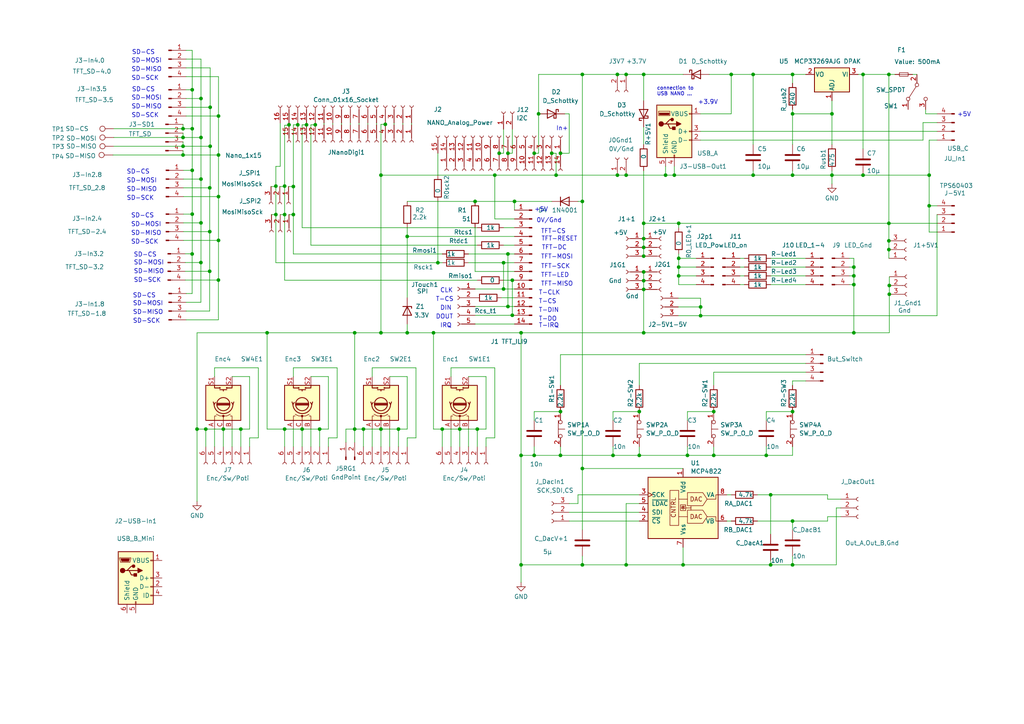
<source format=kicad_sch>
(kicad_sch (version 20230121) (generator eeschema)
  (paper "A4")
  (lib_symbols
    (symbol "Analog_DAC:MCP4822" (pin_names (offset 1.016))
      (property "Reference" "U" (at -2.54 10.795 0))
      (property "Value" "MCP4822" (at -2.54 8.89 0))
      (symbol "MCP4822_0_0"
        (text "CNTRL" (at -2.032 -4.191 900) (effects (font (size 1.27 1.27)) (justify left bottom)))
        (text "DAC" (at 3.81 -3.81 0) (effects (font (size 1.27 1.27))))
        (text "DAC" (at 3.81 1.27 0) (effects (font (size 1.27 1.27))))
      )
      (symbol "MCP4822_1_1"
        (pin power_in line (at 0 10.16 270) (length 2.54) (name "Vdd") (number "1"))
        (pin input line (at -12.7 -5.08 0) (length 2.54) (name "~{CS}") (number "2"))
        (pin input clock (at -12.7 2.54 0) (length 2.54) (name "SCK") (number "3"))
        (pin input line (at -12.7 -2.54 0) (length 2.54) (name "SDI") (number "4"))
        (pin input line (at -12.7 0 0) (length 2.54) (name "~{LDAC}") (number "5"))
        (pin output line (at 12.7 -5.08 180) (length 2.54) (name "VB") (number "6"))
        (pin power_in line (at 0 -12.7 90) (length 2.54) (name "Vss") (number "7"))
        (pin output line (at 12.7 2.54 180) (length 2.54) (name "VA") (number "8"))
      )
    )
    (symbol "Connector:Conn_01x02_Pin" (pin_names (offset 1.016) hide)
      (property "Reference" "J" (at 0 2.54 0))
      (property "Value" "Conn_01x02_Pin" (at 0 -5.08 0))
      (symbol "Conn_01x02_Pin_1_1"
        (pin passive line (at 5.08 0 180) (length 3.81) (name "Pin_1") (number "1"))
        (pin passive line (at 5.08 -2.54 180) (length 3.81) (name "Pin_2") (number "2"))
      )
    )
    (symbol "Connector:Conn_01x02_Socket" (pin_names (offset 1.016) hide)
      (property "Reference" "J" (at 0 2.54 0))
      (property "Value" "Conn_01x02_Socket" (at 0 -5.08 0))
      (symbol "Conn_01x02_Socket_1_1"
        (pin passive line (at -5.08 0 0) (length 3.81) (name "Pin_1") (number "1"))
        (pin passive line (at -5.08 -2.54 0) (length 3.81) (name "Pin_2") (number "2"))
      )
    )
    (symbol "Connector:Conn_01x03_Socket" (pin_names (offset 1.016) hide)
      (property "Reference" "J" (at 0 5.08 0))
      (property "Value" "Conn_01x03_Socket" (at 0 -5.08 0))
      (symbol "Conn_01x03_Socket_1_1"
        (pin passive line (at -5.08 2.54 0) (length 3.81) (name "Pin_1") (number "1"))
        (pin passive line (at -5.08 0 0) (length 3.81) (name "Pin_2") (number "2"))
        (pin passive line (at -5.08 -2.54 0) (length 3.81) (name "Pin_3") (number "3"))
      )
    )
    (symbol "Connector:Conn_01x04_Pin" (pin_names (offset 1.016) hide)
      (property "Reference" "J" (at 0 5.08 0))
      (property "Value" "Conn_01x04_Pin" (at 0 -7.62 0))
      (symbol "Conn_01x04_Pin_1_1"
        (pin passive line (at 5.08 2.54 180) (length 3.81) (name "Pin_1") (number "1"))
        (pin passive line (at 5.08 0 180) (length 3.81) (name "Pin_2") (number "2"))
        (pin passive line (at 5.08 -2.54 180) (length 3.81) (name "Pin_3") (number "3"))
        (pin passive line (at 5.08 -5.08 180) (length 3.81) (name "Pin_4") (number "4"))
      )
    )
    (symbol "Connector:Conn_01x05_Socket" (pin_names (offset 1.016) hide)
      (property "Reference" "J" (at 0 7.62 0))
      (property "Value" "Conn_01x05_Socket" (at 0 -7.62 0))
      (symbol "Conn_01x05_Socket_1_1"
        (pin passive line (at -5.08 5.08 0) (length 3.81) (name "Pin_1") (number "1"))
        (pin passive line (at -5.08 2.54 0) (length 3.81) (name "Pin_2") (number "2"))
        (pin passive line (at -5.08 0 0) (length 3.81) (name "Pin_3") (number "3"))
        (pin passive line (at -5.08 -2.54 0) (length 3.81) (name "Pin_4") (number "4"))
        (pin passive line (at -5.08 -5.08 0) (length 3.81) (name "Pin_5") (number "5"))
      )
    )
    (symbol "Connector:Conn_01x06_Socket" (pin_names (offset 1.016) hide)
      (property "Reference" "J" (at 0 7.62 0))
      (property "Value" "Conn_01x06_Socket" (at 0 -10.16 0))
      (symbol "Conn_01x06_Socket_1_1"
        (pin passive line (at -5.08 5.08 0) (length 3.81) (name "Pin_1") (number "1"))
        (pin passive line (at -5.08 2.54 0) (length 3.81) (name "Pin_2") (number "2"))
        (pin passive line (at -5.08 0 0) (length 3.81) (name "Pin_3") (number "3"))
        (pin passive line (at -5.08 -2.54 0) (length 3.81) (name "Pin_4") (number "4"))
        (pin passive line (at -5.08 -5.08 0) (length 3.81) (name "Pin_5") (number "5"))
        (pin passive line (at -5.08 -7.62 0) (length 3.81) (name "Pin_6") (number "6"))
      )
    )
    (symbol "Connector:Conn_01x14_Pin" (pin_names (offset 1.016) hide)
      (property "Reference" "J" (at 0 17.78 0))
      (property "Value" "Conn_01x14_Pin" (at 0 -20.32 0))
      (symbol "Conn_01x14_Pin_1_1"
        (pin passive line (at 5.08 15.24 180) (length 3.81) (name "Pin_1") (number "1"))
        (pin passive line (at 5.08 -7.62 180) (length 3.81) (name "Pin_10") (number "10"))
        (pin passive line (at 5.08 -10.16 180) (length 3.81) (name "Pin_11") (number "11"))
        (pin passive line (at 5.08 -12.7 180) (length 3.81) (name "Pin_12") (number "12"))
        (pin passive line (at 5.08 -15.24 180) (length 3.81) (name "Pin_13") (number "13"))
        (pin passive line (at 5.08 -17.78 180) (length 3.81) (name "Pin_14") (number "14"))
        (pin passive line (at 5.08 12.7 180) (length 3.81) (name "Pin_2") (number "2"))
        (pin passive line (at 5.08 10.16 180) (length 3.81) (name "Pin_3") (number "3"))
        (pin passive line (at 5.08 7.62 180) (length 3.81) (name "Pin_4") (number "4"))
        (pin passive line (at 5.08 5.08 180) (length 3.81) (name "Pin_5") (number "5"))
        (pin passive line (at 5.08 2.54 180) (length 3.81) (name "Pin_6") (number "6"))
        (pin passive line (at 5.08 0 180) (length 3.81) (name "Pin_7") (number "7"))
        (pin passive line (at 5.08 -2.54 180) (length 3.81) (name "Pin_8") (number "8"))
        (pin passive line (at 5.08 -5.08 180) (length 3.81) (name "Pin_9") (number "9"))
      )
    )
    (symbol "Connector:Conn_01x14_Socket" (pin_names (offset 1.016) hide)
      (property "Reference" "J" (at 0 17.78 0))
      (property "Value" "Conn_01x14_Socket" (at 0 -20.32 0))
      (symbol "Conn_01x14_Socket_1_1"
        (pin passive line (at -5.08 15.24 0) (length 3.81) (name "Pin_1") (number "1"))
        (pin passive line (at -5.08 -7.62 0) (length 3.81) (name "Pin_10") (number "10"))
        (pin passive line (at -5.08 -10.16 0) (length 3.81) (name "Pin_11") (number "11"))
        (pin passive line (at -5.08 -12.7 0) (length 3.81) (name "Pin_12") (number "12"))
        (pin passive line (at -5.08 -15.24 0) (length 3.81) (name "Pin_13") (number "13"))
        (pin passive line (at -5.08 -17.78 0) (length 3.81) (name "Pin_14") (number "14"))
        (pin passive line (at -5.08 12.7 0) (length 3.81) (name "Pin_2") (number "2"))
        (pin passive line (at -5.08 10.16 0) (length 3.81) (name "Pin_3") (number "3"))
        (pin passive line (at -5.08 7.62 0) (length 3.81) (name "Pin_4") (number "4"))
        (pin passive line (at -5.08 5.08 0) (length 3.81) (name "Pin_5") (number "5"))
        (pin passive line (at -5.08 2.54 0) (length 3.81) (name "Pin_6") (number "6"))
        (pin passive line (at -5.08 0 0) (length 3.81) (name "Pin_7") (number "7"))
        (pin passive line (at -5.08 -2.54 0) (length 3.81) (name "Pin_8") (number "8"))
        (pin passive line (at -5.08 -5.08 0) (length 3.81) (name "Pin_9") (number "9"))
      )
    )
    (symbol "Connector:Conn_01x15_Socket" (pin_names (offset 1.016) hide)
      (property "Reference" "J" (at 0 20.32 0))
      (property "Value" "Conn_01x15_Socket" (at 0 -20.32 0))
      (symbol "Conn_01x15_Socket_1_1"
        (pin passive line (at -5.08 17.78 0) (length 3.81) (name "Pin_1") (number "1"))
        (pin passive line (at -5.08 -5.08 0) (length 3.81) (name "Pin_10") (number "10"))
        (pin passive line (at -5.08 -7.62 0) (length 3.81) (name "Pin_11") (number "11"))
        (pin passive line (at -5.08 -10.16 0) (length 3.81) (name "Pin_12") (number "12"))
        (pin passive line (at -5.08 -12.7 0) (length 3.81) (name "Pin_13") (number "13"))
        (pin passive line (at -5.08 -15.24 0) (length 3.81) (name "Pin_14") (number "14"))
        (pin passive line (at -5.08 -17.78 0) (length 3.81) (name "Pin_15") (number "15"))
        (pin passive line (at -5.08 15.24 0) (length 3.81) (name "Pin_2") (number "2"))
        (pin passive line (at -5.08 12.7 0) (length 3.81) (name "Pin_3") (number "3"))
        (pin passive line (at -5.08 10.16 0) (length 3.81) (name "Pin_4") (number "4"))
        (pin passive line (at -5.08 7.62 0) (length 3.81) (name "Pin_5") (number "5"))
        (pin passive line (at -5.08 5.08 0) (length 3.81) (name "Pin_6") (number "6"))
        (pin passive line (at -5.08 2.54 0) (length 3.81) (name "Pin_7") (number "7"))
        (pin passive line (at -5.08 0 0) (length 3.81) (name "Pin_8") (number "8"))
        (pin passive line (at -5.08 -2.54 0) (length 3.81) (name "Pin_9") (number "9"))
      )
    )
    (symbol "Connector:Conn_01x16_Socket" (pin_names (offset 1.016) hide)
      (property "Reference" "J" (at 0 20.32 0))
      (property "Value" "Conn_01x16_Socket" (at 0 -22.86 0))
      (symbol "Conn_01x16_Socket_1_1"
        (pin passive line (at -5.08 17.78 0) (length 3.81) (name "Pin_1") (number "1"))
        (pin passive line (at -5.08 -5.08 0) (length 3.81) (name "Pin_10") (number "10"))
        (pin passive line (at -5.08 -7.62 0) (length 3.81) (name "Pin_11") (number "11"))
        (pin passive line (at -5.08 -10.16 0) (length 3.81) (name "Pin_12") (number "12"))
        (pin passive line (at -5.08 -12.7 0) (length 3.81) (name "Pin_13") (number "13"))
        (pin passive line (at -5.08 -15.24 0) (length 3.81) (name "Pin_14") (number "14"))
        (pin passive line (at -5.08 -17.78 0) (length 3.81) (name "Pin_15") (number "15"))
        (pin passive line (at -5.08 -20.32 0) (length 3.81) (name "Pin_16") (number "16"))
        (pin passive line (at -5.08 15.24 0) (length 3.81) (name "Pin_2") (number "2"))
        (pin passive line (at -5.08 12.7 0) (length 3.81) (name "Pin_3") (number "3"))
        (pin passive line (at -5.08 10.16 0) (length 3.81) (name "Pin_4") (number "4"))
        (pin passive line (at -5.08 7.62 0) (length 3.81) (name "Pin_5") (number "5"))
        (pin passive line (at -5.08 5.08 0) (length 3.81) (name "Pin_6") (number "6"))
        (pin passive line (at -5.08 2.54 0) (length 3.81) (name "Pin_7") (number "7"))
        (pin passive line (at -5.08 0 0) (length 3.81) (name "Pin_8") (number "8"))
        (pin passive line (at -5.08 -2.54 0) (length 3.81) (name "Pin_9") (number "9"))
      )
    )
    (symbol "Connector:TestPoint" (pin_numbers hide) (pin_names (offset 0.762) hide)
      (property "Reference" "TP" (at 0 6.858 0))
      (property "Value" "TestPoint" (at 0 5.08 0))
      (symbol "TestPoint_1_1"
        (pin passive line (at 0 0 90) (length 2.54) (name "1") (number "1"))
      )
    )
    (symbol "Connector:USB_A" (pin_names (offset 1.016))
      (property "Reference" "J" (at -5.08 11.43 0))
      (property "Value" "USB_A" (at -5.08 8.89 0))
      (symbol "USB_A_1_1"
        (pin power_in line (at 7.62 5.08 180) (length 2.54) (name "VBUS") (number "1"))
        (pin bidirectional line (at 7.62 -2.54 180) (length 2.54) (name "D-") (number "2"))
        (pin bidirectional line (at 7.62 0 180) (length 2.54) (name "D+") (number "3"))
        (pin power_in line (at 0 -10.16 90) (length 2.54) (name "GND") (number "4"))
        (pin passive line (at -2.54 -10.16 90) (length 2.54) (name "Shield") (number "5"))
      )
    )
    (symbol "Connector:USB_B_Mini" (pin_names (offset 1.016))
      (property "Reference" "J" (at -5.08 11.43 0))
      (property "Value" "USB_B_Mini" (at -5.08 8.89 0))
      (symbol "USB_B_Mini_1_1"
        (pin power_out line (at 7.62 5.08 180) (length 2.54) (name "VBUS") (number "1"))
        (pin bidirectional line (at 7.62 -2.54 180) (length 2.54) (name "D-") (number "2"))
        (pin bidirectional line (at 7.62 0 180) (length 2.54) (name "D+") (number "3"))
        (pin passive line (at 7.62 -5.08 180) (length 2.54) (name "ID") (number "4"))
        (pin power_out line (at 0 -10.16 90) (length 2.54) (name "GND") (number "5"))
        (pin passive line (at -2.54 -10.16 90) (length 2.54) (name "Shield") (number "6"))
      )
    )
    (symbol "Device:C" (pin_numbers hide) (pin_names (offset 0.254))
      (property "Reference" "C" (at 0.635 2.54 0))
      (property "Value" "C" (at 0.635 -2.54 0))
      (symbol "C_1_1"
        (pin passive line (at 0 3.81 270) (length 2.794) (name "~") (number "1"))
        (pin passive line (at 0 -3.81 90) (length 2.794) (name "~") (number "2"))
      )
    )
    (symbol "Device:D_Schottky" (pin_numbers hide) (pin_names (offset 1.016) hide)
      (property "Reference" "D" (at 0 2.54 0))
      (property "Value" "D_Schottky" (at 0 -2.54 0))
      (symbol "D_Schottky_1_1"
        (pin passive line (at -3.81 0 0) (length 2.54) (name "K") (number "1"))
        (pin passive line (at 3.81 0 180) (length 2.54) (name "A") (number "2"))
      )
    )
    (symbol "Device:D_Zener" (pin_numbers hide) (pin_names (offset 1.016) hide)
      (property "Reference" "D" (at 0 2.54 0))
      (property "Value" "D_Zener" (at 0 -2.54 0))
      (symbol "D_Zener_1_1"
        (pin passive line (at -3.81 0 0) (length 2.54) (name "K") (number "1"))
        (pin passive line (at 3.81 0 180) (length 2.54) (name "A") (number "2"))
      )
    )
    (symbol "Device:Fuse_Small" (pin_numbers hide) (pin_names (offset 0.254) hide)
      (property "Reference" "F" (at 0 -1.524 0))
      (property "Value" "Fuse_Small" (at 0 1.524 0))
      (symbol "Fuse_Small_1_1"
        (pin passive line (at -2.54 0 0) (length 1.27) (name "~") (number "1"))
        (pin passive line (at 2.54 0 180) (length 1.27) (name "~") (number "2"))
      )
    )
    (symbol "Device:R" (pin_numbers hide) (pin_names (offset 0))
      (property "Reference" "R" (at 2.032 0 90))
      (property "Value" "R" (at 0 0 90))
      (symbol "R_1_1"
        (pin passive line (at 0 3.81 270) (length 1.27) (name "~") (number "1"))
        (pin passive line (at 0 -3.81 90) (length 1.27) (name "~") (number "2"))
      )
    )
    (symbol "Device:RotaryEncoder_Switch" (pin_names (offset 0.254) hide)
      (property "Reference" "SW" (at 0 6.604 0))
      (property "Value" "RotaryEncoder_Switch" (at 0 -6.604 0))
      (symbol "RotaryEncoder_Switch_1_1"
        (pin passive line (at -7.62 2.54 0) (length 2.54) (name "A") (number "A"))
        (pin passive line (at -7.62 -2.54 0) (length 2.54) (name "B") (number "B"))
        (pin passive line (at -7.62 0 0) (length 2.54) (name "C") (number "C"))
        (pin passive line (at 7.62 2.54 180) (length 2.54) (name "S1") (number "S1"))
        (pin passive line (at 7.62 -2.54 180) (length 2.54) (name "S2") (number "S2"))
      )
    )
    (symbol "Diode:1N4001" (pin_numbers hide) (pin_names hide)
      (property "Reference" "D" (at 0 2.54 0))
      (property "Value" "1N4001" (at 0 -2.54 0))
      (symbol "1N4001_1_1"
        (pin passive line (at -3.81 0 0) (length 2.54) (name "K") (number "1"))
        (pin passive line (at 3.81 0 180) (length 2.54) (name "A") (number "2"))
      )
    )
    (symbol "Regulator_Linear:LM317_SOT-223" (pin_names (offset 0.254))
      (property "Reference" "U" (at -3.81 3.175 0))
      (property "Value" "LM317_SOT-223" (at 0 3.175 0))
      (symbol "LM317_SOT-223_1_1"
        (pin input line (at 0 -7.62 90) (length 2.54) (name "ADJ") (number "1"))
        (pin power_out line (at 7.62 0 180) (length 2.54) (name "VO") (number "2"))
        (pin power_in line (at -7.62 0 0) (length 2.54) (name "VI") (number "3"))
      )
    )
    (symbol "Switch:SW_Push_Open_Dual_x2" (pin_names (offset 1.016) hide)
      (property "Reference" "SW" (at 0 2.54 0))
      (property "Value" "SW_Push_Open_Dual_x2" (at 0 -1.905 0))
      (symbol "SW_Push_Open_Dual_x2_1_1"
        (pin passive line (at -5.08 0 0) (length 2.54) (name "1") (number "1"))
        (pin passive line (at 5.08 0 180) (length 2.54) (name "2") (number "2"))
      )
      (symbol "SW_Push_Open_Dual_x2_2_1"
        (pin passive line (at -5.08 0 0) (length 2.54) (name "1") (number "3"))
        (pin passive line (at 5.08 0 180) (length 2.54) (name "2") (number "4"))
      )
    )
    (symbol "Switch:SW_SPDT" (pin_names (offset 0) hide)
      (property "Reference" "SW" (at 0 4.318 0))
      (property "Value" "SW_SPDT" (at 0 -5.08 0))
      (symbol "SW_SPDT_1_1"
        (pin passive line (at 5.08 2.54 180) (length 2.54) (name "A") (number "1"))
        (pin passive line (at -5.08 0 0) (length 2.54) (name "B") (number "2"))
        (pin passive line (at 5.08 -2.54 180) (length 2.54) (name "C") (number "3"))
      )
    )
    (symbol "power:GND" (power) (pin_names (offset 0))
      (property "Value" "GND" (at 0 -3.81 0))
      (symbol "GND_1_1"
        (pin power_in line (at 0 0 270) (length 0) hide (name "GND") (number "1"))
      )
    )
  )
  (junction (at 257.81 64.77))
  (junction (at 63.373 57.023))
  (junction (at 110.49 50.8))
  (junction (at 151.13 132.08))
  (junction (at 147.32 44.45))
  (junction (at 60.8076 78.6892))
  (junction (at 160.02 44.45))
  (junction (at 186.69 71.755))
  (junction (at 229.87 163.83))
  (junction (at 91.44 36.195))
  (junction (at 60.96 42.418))
  (junction (at 203.2 91.567))
  (junction (at 229.87 151.13))
  (junction (at 223.52 143.51))
  (junction (at 148.59 81.28))
  (junction (at 83.82 36.195))
  (junction (at 196.85 74.93))
  (junction (at 82.55 62.23))
  (junction (at 80.01 53.975))
  (junction (at 196.85 80.01))
  (junction (at 147.32 88.9))
  (junction (at 218.44 50.8))
  (junction (at 247.65 80.01))
  (junction (at 82.55 124.46))
  (junction (at 186.69 78.867))
  (junction (at 181.61 50.8))
  (junction (at 186.69 83.947))
  (junction (at 59.69 124.46))
  (junction (at 241.3 33.02))
  (junction (at 127 76.2))
  (junction (at 168.91 58.42))
  (junction (at 257.81 21.59))
  (junction (at 58.293 64.643))
  (junction (at 58.293 39.878))
  (junction (at 161.29 50.8))
  (junction (at 53.086 37.338))
  (junction (at 55.753 49.403))
  (junction (at 198.12 163.83))
  (junction (at 207.01 119.38))
  (junction (at 63.373 33.655))
  (junction (at 143.51 50.8))
  (junction (at 168.91 135.89))
  (junction (at 147.32 73.66))
  (junction (at 57.15 124.46))
  (junction (at 85.09 62.23))
  (junction (at 154.94 132.08))
  (junction (at 148.59 91.44))
  (junction (at 60.96 31.115))
  (junction (at 63.373 69.723))
  (junction (at 85.09 54.102))
  (junction (at 128.27 124.46))
  (junction (at 250.317 21.59))
  (junction (at 212.09 21.59))
  (junction (at 257.937 85.344))
  (junction (at 86.36 36.195))
  (junction (at 88.9 36.195))
  (junction (at 60.833 54.483))
  (junction (at 179.07 50.8))
  (junction (at 92.71 124.46))
  (junction (at 195.58 50.8))
  (junction (at 229.87 21.59))
  (junction (at 102.87 124.46))
  (junction (at 146.05 83.82))
  (junction (at 154.94 44.45))
  (junction (at 118.11 68.58))
  (junction (at 137.795 58.42))
  (junction (at 269.494 59.69))
  (junction (at 53.086 39.878))
  (junction (at 162.56 44.45))
  (junction (at 207.01 132.08))
  (junction (at 58.293 28.575))
  (junction (at 87.63 124.46))
  (junction (at 229.87 33.02))
  (junction (at 53.086 44.958))
  (junction (at 168.91 21.59))
  (junction (at 55.753 62.103))
  (junction (at 247.65 82.55))
  (junction (at 186.69 74.295))
  (junction (at 111.76 36.068))
  (junction (at 110.49 124.46))
  (junction (at 257.81 69.85))
  (junction (at 186.69 64.77))
  (junction (at 53.086 42.418))
  (junction (at 218.44 21.59))
  (junction (at 115.57 124.46))
  (junction (at 269.494 50.8))
  (junction (at 193.04 50.8))
  (junction (at 138.43 124.46))
  (junction (at 185.42 119.38))
  (junction (at 77.47 96.52))
  (junction (at 149.225 58.42))
  (junction (at 199.39 132.08))
  (junction (at 247.65 77.47))
  (junction (at 185.42 132.08))
  (junction (at 257.81 72.39))
  (junction (at 203.2 89.027))
  (junction (at 55.7276 73.66))
  (junction (at 168.91 163.83))
  (junction (at 162.56 119.38))
  (junction (at 151.13 163.83))
  (junction (at 63.373 44.958))
  (junction (at 69.85 124.46))
  (junction (at 146.05 76.2))
  (junction (at 156.21 33.02))
  (junction (at 125.73 96.52))
  (junction (at 222.25 132.08))
  (junction (at 179.07 21.59))
  (junction (at 229.87 50.8))
  (junction (at 58.293 51.943))
  (junction (at 110.49 96.52))
  (junction (at 196.85 77.47))
  (junction (at 82.55 53.975))
  (junction (at 60.833 67.183))
  (junction (at 257.937 82.804))
  (junction (at 58.2676 76.1492))
  (junction (at 63.3476 81.2292))
  (junction (at 118.11 96.52))
  (junction (at 133.35 124.46))
  (junction (at 250.317 50.8))
  (junction (at 177.8 132.08))
  (junction (at 181.61 21.59))
  (junction (at 186.69 96.52))
  (junction (at 80.01 62.23))
  (junction (at 229.87 119.38))
  (junction (at 144.78 44.45))
  (junction (at 241.3 50.8))
  (junction (at 223.52 163.83))
  (junction (at 181.61 163.83))
  (junction (at 105.41 124.46))
  (junction (at 186.69 21.59))
  (junction (at 186.69 69.215))
  (junction (at 247.65 96.52))
  (junction (at 196.85 64.77))
  (junction (at 55.753 26.035))
  (junction (at 162.56 132.08))
  (junction (at 186.69 81.407))
  (junction (at 64.77 124.46))
  (junction (at 151.13 96.52))
  (junction (at 102.87 96.52))
  (junction (at 55.753 37.338))
  (wire (pts (xy 154.94 44.45) (xy 156.21 44.45)))
  (wire (pts (xy 118.11 68.58) (xy 149.225 68.58)))
  (wire (pts (xy 82.677 53.975) (xy 82.55 53.975)))
  (wire (pts (xy 106.68 35.687) (xy 106.68 36.195)))
  (wire (pts (xy 85.09 36.195) (xy 85.09 54.102)))
  (wire (pts (xy 218.44 21.59) (xy 229.87 21.59)))
  (wire (pts (xy 138.43 124.46) (xy 140.97 124.46)))
  (wire (pts (xy 199.39 119.38) (xy 207.01 119.38)))
  (wire (pts (xy 57.15 124.46) (xy 57.15 145.415)))
  (wire (pts (xy 177.8 129.54) (xy 177.8 132.08)))
  (wire (pts (xy 241.3 49.53) (xy 241.3 50.8)))
  (wire (pts (xy 162.56 44.45) (xy 165.1 44.45)))
  (wire (pts (xy 85.09 54.102) (xy 85.09 62.23)))
  (wire (pts (xy 223.52 163.83) (xy 229.87 163.83)))
  (wire (pts (xy 109.22 35.687) (xy 109.22 36.195)))
  (wire (pts (xy 151.13 96.52) (xy 186.69 96.52)))
  (wire (pts (xy 149.225 66.04) (xy 146.05 66.04)))
  (wire (pts (xy 81.28 35.687) (xy 81.28 48.26)))
  (wire (pts (xy 57.15 96.52) (xy 77.47 96.52)))
  (wire (pts (xy 82.55 36.322) (xy 82.55 53.975)))
  (wire (pts (xy 87.63 36.195) (xy 87.63 66.04)))
  (wire (pts (xy 149.225 58.42) (xy 149.225 60.96)))
  (wire (pts (xy 53.975 33.655) (xy 63.373 33.655)))
  (wire (pts (xy 168.91 161.29) (xy 168.91 163.83)))
  (wire (pts (xy 133.35 124.46) (xy 138.43 124.46)))
  (wire (pts (xy 233.68 21.59) (xy 229.87 21.59)))
  (wire (pts (xy 165.1 33.02) (xy 165.1 44.45)))
  (wire (pts (xy 154.94 129.54) (xy 154.94 132.08)))
  (wire (pts (xy 58.293 17.145) (xy 58.293 28.575)))
  (wire (pts (xy 53.7464 73.6092) (xy 55.7276 73.6092)))
  (wire (pts (xy 107.95 106.68) (xy 120.65 106.68)))
  (wire (pts (xy 185.42 105.41) (xy 185.42 111.76)))
  (wire (pts (xy 163.83 33.02) (xy 165.1 33.02)))
  (wire (pts (xy 100.33 124.46) (xy 100.33 128.27)))
  (wire (pts (xy 196.85 77.47) (xy 196.85 80.01)))
  (wire (pts (xy 218.44 21.59) (xy 218.44 41.91)))
  (wire (pts (xy 64.77 124.46) (xy 64.77 129.54)))
  (wire (pts (xy 168.91 135.89) (xy 168.91 153.67)))
  (wire (pts (xy 125.73 124.46) (xy 128.27 124.46)))
  (wire (pts (xy 58.293 39.878) (xy 58.293 51.943)))
  (wire (pts (xy 168.91 21.59) (xy 179.07 21.59)))
  (wire (pts (xy 54.0004 87.6808) (xy 58.2676 87.6808)))
  (wire (pts (xy 222.25 119.38) (xy 222.25 121.92)))
  (wire (pts (xy 240.03 144.78) (xy 243.84 144.78)))
  (wire (pts (xy 53.213 49.403) (xy 55.753 49.403)))
  (wire (pts (xy 196.85 64.77) (xy 196.85 66.04)))
  (wire (pts (xy 130.81 124.46) (xy 130.81 129.54)))
  (wire (pts (xy 53.975 19.685) (xy 60.96 19.685)))
  (wire (pts (xy 229.87 151.13) (xy 229.87 153.67)))
  (wire (pts (xy 99.06 35.687) (xy 99.06 36.195)))
  (wire (pts (xy 62.23 106.68) (xy 74.93 106.68)))
  (wire (pts (xy 160.02 44.45) (xy 161.29 44.45)))
  (wire (pts (xy 85.09 73.66) (xy 128.27 73.66)))
  (wire (pts (xy 107.95 109.22) (xy 107.95 106.68)))
  (wire (pts (xy 80.01 53.975) (xy 80.01 62.23)))
  (wire (pts (xy 33.02 39.878) (xy 53.086 39.878)))
  (wire (pts (xy 257.81 21.59) (xy 257.81 64.77)))
  (wire (pts (xy 269.494 59.69) (xy 269.494 50.8)))
  (wire (pts (xy 241.3 33.02) (xy 229.87 33.02)))
  (wire (pts (xy 154.94 119.38) (xy 162.56 119.38)))
  (wire (pts (xy 137.795 78.74) (xy 149.225 78.74)))
  (wire (pts (xy 186.69 64.77) (xy 196.85 64.77)))
  (wire (pts (xy 257.937 96.52) (xy 257.937 85.344)))
  (wire (pts (xy 207.01 132.08) (xy 222.25 132.08)))
  (wire (pts (xy 60.96 19.685) (xy 60.96 31.115)))
  (wire (pts (xy 181.61 146.05) (xy 185.42 146.05)))
  (wire (pts (xy 119.38 35.687) (xy 119.38 36.195)))
  (wire (pts (xy 148.59 44.45) (xy 148.59 37.465)))
  (wire (pts (xy 105.41 124.46) (xy 110.49 124.46)))
  (wire (pts (xy 201.93 82.55) (xy 196.85 82.55)))
  (wire (pts (xy 135.89 76.2) (xy 146.05 76.2)))
  (wire (pts (xy 186.69 36.83) (xy 186.69 41.91)))
  (wire (pts (xy 72.39 127) (xy 72.39 129.54)))
  (wire (pts (xy 82.55 62.23) (xy 82.55 81.28)))
  (wire (pts (xy 91.44 35.687) (xy 91.44 36.195)))
  (wire (pts (xy 55.753 49.403) (xy 55.753 62.103)))
  (wire (pts (xy 93.98 35.687) (xy 93.98 36.195)))
  (wire (pts (xy 223.52 80.01) (xy 233.68 80.01)))
  (wire (pts (xy 58.2676 76.1492) (xy 58.2676 87.6808)))
  (wire (pts (xy 120.65 127) (xy 120.65 106.68)))
  (wire (pts (xy 81.28 48.26) (xy 80.01 48.26)))
  (wire (pts (xy 140.97 127) (xy 140.97 129.54)))
  (wire (pts (xy 90.17 124.46) (xy 90.17 129.54)))
  (wire (pts (xy 125.73 96.52) (xy 125.73 124.46)))
  (wire (pts (xy 82.55 124.46) (xy 87.63 124.46)))
  (wire (pts (xy 177.8 132.08) (xy 185.42 132.08)))
  (wire (pts (xy 264.668 21.59) (xy 265.938 21.59)))
  (wire (pts (xy 250.317 50.8) (xy 269.494 50.8)))
  (wire (pts (xy 167.64 146.05) (xy 167.64 143.51)))
  (wire (pts (xy 85.09 129.54) (xy 85.09 124.46)))
  (wire (pts (xy 247.65 74.93) (xy 247.65 77.47)))
  (wire (pts (xy 53.975 17.145) (xy 58.293 17.145)))
  (wire (pts (xy 186.69 49.53) (xy 186.69 64.77)))
  (wire (pts (xy 127 44.45) (xy 127 50.8)))
  (wire (pts (xy 90.17 71.12) (xy 138.43 71.12)))
  (wire (pts (xy 67.31 124.46) (xy 67.31 129.54)))
  (wire (pts (xy 81.28 62.23) (xy 82.55 62.23)))
  (wire (pts (xy 165.1 146.05) (xy 167.64 146.05)))
  (wire (pts (xy 96.52 35.687) (xy 96.52 36.195)))
  (wire (pts (xy 115.57 124.46) (xy 118.11 124.46)))
  (wire (pts (xy 118.11 109.22) (xy 118.11 124.46)))
  (wire (pts (xy 55.753 37.338) (xy 55.753 49.403)))
  (wire (pts (xy 69.85 124.46) (xy 72.39 124.46)))
  (wire (pts (xy 193.04 50.8) (xy 195.58 50.8)))
  (wire (pts (xy 154.94 132.08) (xy 162.56 132.08)))
  (wire (pts (xy 104.14 35.687) (xy 104.14 36.195)))
  (wire (pts (xy 110.49 124.46) (xy 115.57 124.46)))
  (wire (pts (xy 148.59 81.28) (xy 148.59 91.44)))
  (wire (pts (xy 53.7464 81.2292) (xy 63.3476 81.2292)))
  (wire (pts (xy 63.3476 81.2292) (xy 63.373 81.2292)))
  (wire (pts (xy 223.52 143.51) (xy 219.71 143.51)))
  (wire (pts (xy 214.63 80.01) (xy 215.9 80.01)))
  (wire (pts (xy 149.225 76.2) (xy 146.05 76.2)))
  (wire (pts (xy 146.05 37.465) (xy 146.05 44.45)))
  (wire (pts (xy 181.61 50.8) (xy 193.04 50.8)))
  (wire (pts (xy 214.63 74.93) (xy 215.9 74.93)))
  (wire (pts (xy 179.07 21.59) (xy 181.61 21.59)))
  (wire (pts (xy 229.87 24.13) (xy 229.87 21.59)))
  (wire (pts (xy 195.58 48.26) (xy 195.58 50.8)))
  (wire (pts (xy 214.63 77.47) (xy 215.9 77.47)))
  (wire (pts (xy 59.69 124.46) (xy 64.77 124.46)))
  (wire (pts (xy 85.09 106.68) (xy 97.79 106.68)))
  (wire (pts (xy 53.213 54.483) (xy 60.833 54.483)))
  (wire (pts (xy 241.3 29.21) (xy 241.3 33.02)))
  (wire (pts (xy 203.2 40.64) (xy 267.716 40.64)))
  (wire (pts (xy 58.293 64.643) (xy 58.293 76.1492)))
  (wire (pts (xy 240.03 143.51) (xy 240.03 144.78)))
  (wire (pts (xy 151.13 163.83) (xy 168.91 163.83)))
  (wire (pts (xy 80.01 76.2) (xy 127 76.2)))
  (wire (pts (xy 257.937 82.804) (xy 257.937 85.344)))
  (wire (pts (xy 135.89 73.66) (xy 147.32 73.66)))
  (wire (pts (xy 54.0004 92.7608) (xy 63.3476 92.7608)))
  (wire (pts (xy 83.82 62.23) (xy 85.09 62.23)))
  (wire (pts (xy 77.47 124.46) (xy 82.55 124.46)))
  (wire (pts (xy 229.87 31.75) (xy 229.87 33.02)))
  (wire (pts (xy 193.04 48.26) (xy 193.04 50.8)))
  (wire (pts (xy 53.086 36.068) (xy 53.086 37.338)))
  (wire (pts (xy 212.09 21.59) (xy 212.09 33.02)))
  (wire (pts (xy 149.225 86.36) (xy 145.415 86.36)))
  (wire (pts (xy 196.85 74.93) (xy 201.93 74.93)))
  (wire (pts (xy 55.753 26.035) (xy 55.753 37.338)))
  (wire (pts (xy 246.38 74.93) (xy 247.65 74.93)))
  (wire (pts (xy 186.69 69.215) (xy 186.69 71.755)))
  (wire (pts (xy 246.38 77.47) (xy 247.65 77.47)))
  (wire (pts (xy 80.264 53.975) (xy 80.01 53.975)))
  (wire (pts (xy 137.795 88.9) (xy 147.32 88.9)))
  (wire (pts (xy 82.55 53.975) (xy 82.55 62.23)))
  (wire (pts (xy 102.87 96.52) (xy 110.49 96.52)))
  (wire (pts (xy 223.52 74.93) (xy 233.68 74.93)))
  (wire (pts (xy 90.17 36.195) (xy 91.44 36.195)))
  (wire (pts (xy 53.086 42.418) (xy 60.96 42.418)))
  (wire (pts (xy 269.494 59.69) (xy 271.78 59.69)))
  (wire (pts (xy 186.69 21.59) (xy 186.69 29.21)))
  (wire (pts (xy 111.76 36.068) (xy 111.76 36.195)))
  (wire (pts (xy 83.82 36.195) (xy 83.82 36.322)))
  (wire (pts (xy 229.87 132.08) (xy 229.87 129.54)))
  (wire (pts (xy 247.65 96.52) (xy 257.937 96.52)))
  (wire (pts (xy 149.225 58.42) (xy 160.02 58.42)))
  (wire (pts (xy 118.11 68.58) (xy 118.11 86.36)))
  (wire (pts (xy 137.795 66.04) (xy 137.795 78.74)))
  (wire (pts (xy 242.57 147.32) (xy 243.84 147.32)))
  (wire (pts (xy 257.81 21.59) (xy 259.588 21.59)))
  (wire (pts (xy 83.693 54.102) (xy 85.09 54.102)))
  (wire (pts (xy 55.753 14.605) (xy 55.753 26.035)))
  (wire (pts (xy 241.3 33.02) (xy 241.3 41.91)))
  (wire (pts (xy 92.71 124.46) (xy 92.71 129.54)))
  (wire (pts (xy 156.21 44.45) (xy 156.21 33.02)))
  (wire (pts (xy 196.85 73.66) (xy 196.85 74.93)))
  (wire (pts (xy 240.03 149.86) (xy 240.03 151.13)))
  (wire (pts (xy 229.87 50.8) (xy 241.3 50.8)))
  (wire (pts (xy 118.11 58.42) (xy 137.795 58.42)))
  (wire (pts (xy 55.7276 73.66) (xy 55.7276 85.1408)))
  (wire (pts (xy 196.85 77.47) (xy 201.93 77.47)))
  (wire (pts (xy 143.51 50.8) (xy 161.29 50.8)))
  (wire (pts (xy 77.47 96.52) (xy 77.47 124.46)))
  (wire (pts (xy 53.213 64.643) (xy 58.293 64.643)))
  (wire (pts (xy 203.2 89.027) (xy 203.2 91.567)))
  (wire (pts (xy 95.25 109.22) (xy 95.25 124.46)))
  (wire (pts (xy 223.52 82.55) (xy 233.68 82.55)))
  (wire (pts (xy 115.57 124.46) (xy 115.57 129.54)))
  (wire (pts (xy 151.13 132.08) (xy 151.13 163.83)))
  (wire (pts (xy 268.478 33.02) (xy 271.78 33.02)))
  (wire (pts (xy 196.85 74.93) (xy 196.85 77.47)))
  (wire (pts (xy 185.42 132.08) (xy 185.42 129.54)))
  (wire (pts (xy 87.63 66.04) (xy 138.43 66.04)))
  (wire (pts (xy 80.01 48.26) (xy 80.01 53.975)))
  (wire (pts (xy 196.723 91.567) (xy 203.2 91.567)))
  (wire (pts (xy 80.01 62.23) (xy 80.01 76.2)))
  (wire (pts (xy 130.81 109.22) (xy 130.81 106.68)))
  (wire (pts (xy 203.2 33.02) (xy 212.09 33.02)))
  (wire (pts (xy 113.03 124.46) (xy 113.03 129.54)))
  (wire (pts (xy 87.63 124.46) (xy 87.63 129.54)))
  (wire (pts (xy 102.87 96.52) (xy 102.87 124.46)))
  (wire (pts (xy 72.39 109.22) (xy 72.39 124.46)))
  (wire (pts (xy 33.02 37.338) (xy 53.086 37.338)))
  (wire (pts (xy 165.1 151.13) (xy 185.42 151.13)))
  (wire (pts (xy 110.49 36.068) (xy 110.49 50.8)))
  (wire (pts (xy 186.69 78.867) (xy 186.69 81.407)))
  (wire (pts (xy 149.225 71.12) (xy 146.05 71.12)))
  (wire (pts (xy 82.677 54.102) (xy 82.677 53.975)))
  (wire (pts (xy 118.11 66.04) (xy 118.11 68.58)))
  (wire (pts (xy 186.69 96.52) (xy 247.65 96.52)))
  (wire (pts (xy 63.373 69.723) (xy 63.373 81.2292)))
  (wire (pts (xy 78.613 54.102) (xy 80.264 54.102)))
  (wire (pts (xy 97.79 127) (xy 97.79 106.68)))
  (wire (pts (xy 82.55 81.28) (xy 138.43 81.28)))
  (wire (pts (xy 167.64 58.42) (xy 168.91 58.42)))
  (wire (pts (xy 60.833 67.183) (xy 60.833 78.6892)))
  (wire (pts (xy 185.42 105.41) (xy 233.68 105.41)))
  (wire (pts (xy 148.59 81.28) (xy 146.05 81.28)))
  (wire (pts (xy 100.33 124.46) (xy 102.87 124.46)))
  (wire (pts (xy 82.55 36.322) (xy 83.82 36.322)))
  (wire (pts (xy 53.086 44.958) (xy 63.373 44.958)))
  (wire (pts (xy 81.153 54.102) (xy 82.677 54.102)))
  (wire (pts (xy 271.78 35.56) (xy 267.716 35.56)))
  (wire (pts (xy 168.91 135.89) (xy 198.12 135.89)))
  (wire (pts (xy 82.55 124.46) (xy 82.55 129.54)))
  (wire (pts (xy 85.09 109.22) (xy 85.09 106.68)))
  (wire (pts (xy 248.92 21.59) (xy 250.317 21.59)))
  (wire (pts (xy 242.57 147.32) (xy 242.57 163.83)))
  (wire (pts (xy 250.317 21.59) (xy 257.81 21.59)))
  (wire (pts (xy 110.49 50.8) (xy 110.49 96.52)))
  (wire (pts (xy 53.7464 78.6892) (xy 60.8076 78.6892)))
  (wire (pts (xy 58.2676 76.1492) (xy 53.7464 76.1492)))
  (wire (pts (xy 161.29 44.45) (xy 161.29 50.8)))
  (wire (pts (xy 223.52 143.51) (xy 240.03 143.51)))
  (wire (pts (xy 181.61 21.59) (xy 186.69 21.59)))
  (wire (pts (xy 269.494 67.31) (xy 271.78 67.31)))
  (wire (pts (xy 86.36 35.687) (xy 86.36 36.195)))
  (wire (pts (xy 95.25 127) (xy 95.25 129.54)))
  (wire (pts (xy 196.85 82.55) (xy 196.85 80.01)))
  (wire (pts (xy 116.84 35.687) (xy 116.84 36.195)))
  (wire (pts (xy 186.69 64.77) (xy 186.69 69.215)))
  (wire (pts (xy 196.723 89.027) (xy 203.2 89.027)))
  (wire (pts (xy 179.07 50.8) (xy 181.61 50.8)))
  (wire (pts (xy 128.27 124.46) (xy 133.35 124.46)))
  (wire (pts (xy 54.0004 85.1408) (xy 55.7276 85.1408)))
  (wire (pts (xy 257.81 72.39) (xy 257.81 74.93)))
  (wire (pts (xy 140.97 127) (xy 143.51 127)))
  (wire (pts (xy 88.9 35.687) (xy 88.9 36.195)))
  (wire (pts (xy 212.09 21.59) (xy 218.44 21.59)))
  (wire (pts (xy 138.43 124.46) (xy 138.43 129.54)))
  (wire (pts (xy 102.87 124.46) (xy 105.41 124.46)))
  (wire (pts (xy 218.44 50.8) (xy 229.87 50.8)))
  (wire (pts (xy 143.51 63.5) (xy 149.225 63.5)))
  (wire (pts (xy 127 76.2) (xy 128.27 76.2)))
  (wire (pts (xy 222.25 119.38) (xy 229.87 119.38)))
  (wire (pts (xy 85.09 36.195) (xy 86.36 36.195)))
  (wire (pts (xy 127 58.42) (xy 127 76.2)))
  (wire (pts (xy 257.81 64.77) (xy 257.81 69.85)))
  (wire (pts (xy 223.52 162.56) (xy 223.52 163.83)))
  (wire (pts (xy 110.49 129.54) (xy 110.49 124.46)))
  (wire (pts (xy 53.086 37.338) (xy 55.753 37.338)))
  (wire (pts (xy 181.61 146.05) (xy 181.61 163.83)))
  (wire (pts (xy 207.01 132.08) (xy 207.01 129.54)))
  (wire (pts (xy 247.65 80.01) (xy 247.65 82.55)))
  (wire (pts (xy 102.87 124.46) (xy 102.87 128.27)))
  (wire (pts (xy 229.87 49.53) (xy 229.87 50.8)))
  (wire (pts (xy 210.82 151.13) (xy 212.09 151.13)))
  (wire (pts (xy 63.373 57.023) (xy 63.373 69.723)))
  (wire (pts (xy 53.086 41.148) (xy 53.086 42.418)))
  (wire (pts (xy 83.82 35.687) (xy 83.82 36.195)))
  (wire (pts (xy 185.42 132.08) (xy 199.39 132.08)))
  (wire (pts (xy 59.69 124.46) (xy 59.69 129.54)))
  (wire (pts (xy 144.78 44.45) (xy 146.05 44.45)))
  (wire (pts (xy 229.87 163.83) (xy 229.87 161.29)))
  (wire (pts (xy 62.23 124.46) (xy 62.23 129.54)))
  (wire (pts (xy 223.52 154.94) (xy 223.52 143.51)))
  (wire (pts (xy 181.61 163.83) (xy 198.12 163.83)))
  (wire (pts (xy 151.13 96.52) (xy 151.13 132.08)))
  (wire (pts (xy 60.833 54.483) (xy 60.833 67.183)))
  (wire (pts (xy 58.293 28.575) (xy 58.293 39.878)))
  (wire (pts (xy 55.753 62.103) (xy 55.753 73.66)))
  (wire (pts (xy 222.25 132.08) (xy 229.87 132.08)))
  (wire (pts (xy 186.69 83.947) (xy 186.69 96.52)))
  (wire (pts (xy 80.264 54.102) (xy 80.264 53.975)))
  (wire (pts (xy 177.8 119.38) (xy 185.42 119.38)))
  (wire (pts (xy 207.01 107.95) (xy 233.68 107.95)))
  (wire (pts (xy 78.74 62.23) (xy 80.01 62.23)))
  (wire (pts (xy 199.39 129.54) (xy 199.39 132.08)))
  (wire (pts (xy 85.09 62.23) (xy 85.09 73.66)))
  (wire (pts (xy 137.795 83.82) (xy 146.05 83.82)))
  (wire (pts (xy 74.93 127) (xy 72.39 127)))
  (wire (pts (xy 125.73 96.52) (xy 151.13 96.52)))
  (wire (pts (xy 149.225 73.66) (xy 147.32 73.66)))
  (wire (pts (xy 111.76 35.687) (xy 111.76 36.068)))
  (wire (pts (xy 271.78 62.23) (xy 271.78 91.567)))
  (wire (pts (xy 57.15 124.46) (xy 59.69 124.46)))
  (wire (pts (xy 133.35 124.46) (xy 133.35 129.54)))
  (wire (pts (xy 110.49 36.068) (xy 111.76 36.068)))
  (wire (pts (xy 257.81 69.85) (xy 257.81 72.39)))
  (wire (pts (xy 195.58 50.8) (xy 218.44 50.8)))
  (wire (pts (xy 32.766 44.958) (xy 53.086 44.958)))
  (wire (pts (xy 177.8 119.38) (xy 177.8 121.92)))
  (wire (pts (xy 241.3 50.8) (xy 250.317 50.8)))
  (wire (pts (xy 53.975 31.115) (xy 60.96 31.115)))
  (wire (pts (xy 110.49 96.52) (xy 118.11 96.52)))
  (wire (pts (xy 105.41 129.54) (xy 105.41 124.46)))
  (wire (pts (xy 137.795 58.42) (xy 149.225 58.42)))
  (wire (pts (xy 60.96 42.418) (xy 60.96 54.483)))
  (wire (pts (xy 63.3476 81.2292) (xy 63.3476 92.7608)))
  (wire (pts (xy 53.975 22.225) (xy 63.373 22.225)))
  (wire (pts (xy 257.937 80.264) (xy 257.937 82.804)))
  (wire (pts (xy 58.293 76.1492) (xy 58.2676 76.1492)))
  (wire (pts (xy 113.03 109.22) (xy 118.11 109.22)))
  (wire (pts (xy 147.32 73.66) (xy 147.32 88.9)))
  (wire (pts (xy 53.213 57.023) (xy 63.373 57.023)))
  (wire (pts (xy 269.494 50.8) (xy 269.494 40.64)))
  (wire (pts (xy 135.89 124.46) (xy 135.89 129.54)))
  (wire (pts (xy 92.71 124.46) (xy 95.25 124.46)))
  (wire (pts (xy 247.65 77.47) (xy 247.65 80.01)))
  (wire (pts (xy 269.494 40.64) (xy 271.78 40.64)))
  (wire (pts (xy 207.01 107.95) (xy 207.01 111.76)))
  (wire (pts (xy 267.716 40.64) (xy 267.716 35.56)))
  (wire (pts (xy 90.17 36.195) (xy 90.17 71.12)))
  (wire (pts (xy 53.086 43.688) (xy 53.086 44.958)))
  (wire (pts (xy 151.13 163.83) (xy 151.13 168.91)))
  (wire (pts (xy 137.795 91.44) (xy 148.59 91.44)))
  (wire (pts (xy 58.293 51.943) (xy 58.293 64.643)))
  (wire (pts (xy 229.87 33.02) (xy 229.87 41.91)))
  (wire (pts (xy 101.6 35.687) (xy 101.6 36.195)))
  (wire (pts (xy 229.87 110.49) (xy 229.87 111.76)))
  (wire (pts (xy 95.25 127) (xy 97.79 127)))
  (wire (pts (xy 241.3 50.8) (xy 241.3 53.34)))
  (wire (pts (xy 250.317 21.59) (xy 250.317 43.18)))
  (wire (pts (xy 186.69 81.407) (xy 186.69 83.947)))
  (wire (pts (xy 205.74 21.59) (xy 212.09 21.59)))
  (wire (pts (xy 143.51 106.68) (xy 143.51 127)))
  (wire (pts (xy 162.56 102.87) (xy 233.68 102.87)))
  (wire (pts (xy 147.32 44.45) (xy 148.59 44.45)))
  (wire (pts (xy 162.56 132.08) (xy 177.8 132.08)))
  (wire (pts (xy 55.7276 73.6092) (xy 55.7276 73.66)))
  (wire (pts (xy 90.17 109.22) (xy 95.25 109.22)))
  (wire (pts (xy 146.05 83.82) (xy 149.225 83.82)))
  (wire (pts (xy 147.32 88.9) (xy 149.225 88.9)))
  (wire (pts (xy 107.95 124.46) (xy 107.95 129.54)))
  (wire (pts (xy 186.69 21.59) (xy 198.12 21.59)))
  (wire (pts (xy 60.96 54.483) (xy 60.833 54.483)))
  (wire (pts (xy 87.63 36.195) (xy 88.9 36.195)))
  (wire (pts (xy 257.81 64.77) (xy 271.78 64.77)))
  (wire (pts (xy 168.91 163.83) (xy 181.61 163.83)))
  (wire (pts (xy 130.81 106.68) (xy 143.51 106.68)))
  (wire (pts (xy 118.11 127) (xy 118.11 129.54)))
  (wire (pts (xy 53.213 62.103) (xy 55.753 62.103)))
  (wire (pts (xy 203.2 86.487) (xy 196.723 86.487)))
  (wire (pts (xy 67.31 109.22) (xy 72.39 109.22)))
  (wire (pts (xy 168.91 58.42) (xy 168.91 135.89)))
  (wire (pts (xy 62.23 109.22) (xy 62.23 106.68)))
  (wire (pts (xy 196.85 64.77) (xy 257.81 64.77)))
  (wire (pts (xy 53.213 69.723) (xy 63.373 69.723)))
  (wire (pts (xy 212.09 143.51) (xy 210.82 143.51)))
  (wire (pts (xy 214.63 82.55) (xy 215.9 82.55)))
  (wire (pts (xy 74.93 106.68) (xy 74.93 127)))
  (wire (pts (xy 53.975 14.605) (xy 55.753 14.605)))
  (wire (pts (xy 87.63 124.46) (xy 92.71 124.46)))
  (wire (pts (xy 63.373 33.655) (xy 63.373 44.958)))
  (wire (pts (xy 53.213 67.183) (xy 60.833 67.183)))
  (wire (pts (xy 137.795 93.98) (xy 149.225 93.98)))
  (wire (pts (xy 246.38 80.01) (xy 247.65 80.01)))
  (wire (pts (xy 63.373 44.958) (xy 63.373 57.023)))
  (wire (pts (xy 162.56 132.08) (xy 162.56 129.54)))
  (wire (pts (xy 268.478 31.75) (xy 268.478 33.02)))
  (wire (pts (xy 218.44 49.53) (xy 218.44 50.8)))
  (wire (pts (xy 198.12 163.83) (xy 223.52 163.83)))
  (wire (pts (xy 168.91 21.59) (xy 168.91 58.42)))
  (wire (pts (xy 148.59 91.44) (xy 149.225 91.44)))
  (wire (pts (xy 229.87 163.83) (xy 242.57 163.83)))
  (wire (pts (xy 186.69 71.755) (xy 186.69 74.295)))
  (wire (pts (xy 162.56 102.87) (xy 162.56 111.76)))
  (wire (pts (xy 60.8076 78.6892) (xy 60.833 78.6892)))
  (wire (pts (xy 219.71 151.13) (xy 229.87 151.13)))
  (wire (pts (xy 146.05 76.2) (xy 146.05 83.82)))
  (wire (pts (xy 229.87 110.49) (xy 233.68 110.49)))
  (wire (pts (xy 77.47 96.52) (xy 102.87 96.52)))
  (wire (pts (xy 63.373 22.225) (xy 63.373 33.655)))
  (wire (pts (xy 229.87 151.13) (xy 240.03 151.13)))
  (wire (pts (xy 271.78 38.1) (xy 203.2 38.1)))
  (wire (pts (xy 198.12 163.83) (xy 198.12 158.75)))
  (wire (pts (xy 196.85 80.01) (xy 201.93 80.01)))
  (wire (pts (xy 118.11 96.52) (xy 125.73 96.52)))
  (wire (pts (xy 69.85 124.46) (xy 69.85 129.54)))
  (wire (pts (xy 199.39 119.38) (xy 199.39 121.92)))
  (wire (pts (xy 269.494 59.69) (xy 269.494 67.31)))
  (wire (pts (xy 110.49 50.8) (xy 143.51 50.8)))
  (wire (pts (xy 57.15 96.52) (xy 57.15 124.46)))
  (wire (pts (xy 53.975 26.035) (xy 55.753 26.035)))
  (wire (pts (xy 55.7276 73.66) (xy 55.753 73.66)))
  (wire (pts (xy 53.975 28.575) (xy 58.293 28.575)))
  (wire (pts (xy 60.96 31.115) (xy 60.96 42.418)))
  (wire (pts (xy 143.51 50.8) (xy 143.51 63.5)))
  (wire (pts (xy 54.0004 90.2208) (xy 60.8076 90.2208)))
  (wire (pts (xy 128.27 124.46) (xy 128.27 129.54)))
  (wire (pts (xy 161.29 50.8) (xy 179.07 50.8)))
  (wire (pts (xy 33.02 42.418) (xy 53.086 42.418)))
  (wire (pts (xy 156.21 21.59) (xy 168.91 21.59)))
  (wire (pts (xy 154.94 119.38) (xy 154.94 121.92)))
  (wire (pts (xy 114.3 35.687) (xy 114.3 36.195)))
  (wire (pts (xy 156.21 33.02) (xy 156.21 21.59)))
  (wire (pts (xy 203.2 91.567) (xy 271.78 91.567)))
  (wire (pts (xy 53.086 39.878) (xy 58.293 39.878)))
  (wire (pts (xy 60.8076 90.2208) (xy 60.8076 78.6892)))
  (wire (pts (xy 247.65 82.55) (xy 247.65 96.52)))
  (wire (pts (xy 203.2 86.487) (xy 203.2 89.027)))
  (wire (pts (xy 222.25 129.54) (xy 222.25 132.08)))
  (wire (pts (xy 64.77 124.46) (xy 69.85 124.46)))
  (wire (pts (xy 246.38 82.55) (xy 247.65 82.55)))
  (wire (pts (xy 118.11 93.98) (xy 118.11 96.52)))
  (wire (pts (xy 240.03 149.86) (xy 243.84 149.86)))
  (wire (pts (xy 223.52 77.47) (xy 233.68 77.47)))
  (wire (pts (xy 151.13 132.08) (xy 154.94 132.08)))
  (wire (pts (xy 53.086 38.608) (xy 53.086 39.878)))
  (wire (pts (xy 135.89 109.22) (xy 140.97 109.22)))
  (wire (pts (xy 140.97 109.22) (xy 140.97 124.46)))
  (wire (pts (xy 53.213 51.943) (xy 58.293 51.943)))
  (wire (pts (xy 167.64 143.51) (xy 185.42 143.51)))
  (wire (pts (xy 118.11 127) (xy 120.65 127)))
  (wire (pts (xy 165.1 148.59) (xy 185.42 148.59)))
  (wire (pts (xy 149.225 81.28) (xy 148.59 81.28)))
  (wire (pts (xy 199.39 132.08) (xy 207.01 132.08)))
  (text "CLK" (at 127.635 85.09 0) (effects (font (size 1.27 1.27)) (justify left bottom)))
  (text "SD-CS" (at 38.481 86.5632 0) (effects (font (size 1.27 1.27)) (justify left bottom)))
  (text "SD-MISO" (at 36.703 55.753 0) (effects (font (size 1.27 1.27)) (justify left bottom)))
  (text "SD-MOSI" (at 38.7604 77.0128 0) (effects (font (size 1.27 1.27)) (justify left bottom)))
  (text "0V/Gnd" (at 155.575 64.77 0) (effects (font (size 1.27 1.27)) (justify left bottom)))
  (text "SD-CS" (at 38.735 74.7268 0) (effects (font (size 1.27 1.27)) (justify left bottom)))
  (text "DIN" (at 127.635 90.17 0) (effects (font (size 1.27 1.27)) (justify left bottom)))
  (text "DOUT" (at 126.365 92.71 0) (effects (font (size 1.27 1.27)) (justify left bottom)))
  (text "SD-MOSI" (at 38.1 18.415 0) (effects (font (size 1.27 1.27)) (justify left bottom)))
  (text "TFT-LED" (at 156.845 80.645 0) (effects (font (size 1.27 1.27)) (justify left bottom)))
  (text "T-CS" (at 156.21 88.265 0) (effects (font (size 1.27 1.27)) (justify left bottom)))
  (text "SD-CS" (at 38.227 16.002 0) (effects (font (size 1.27 1.27)) (justify left bottom)))
  (text "SD-MISO" (at 38.5064 91.3892 0) (effects (font (size 1.27 1.27)) (justify left bottom)))
  (text "TFT-RESET" (at 156.972 70.104 0) (effects (font (size 1.27 1.27)) (justify left bottom)))
  (text "TFT-DC" (at 157.099 72.644 0) (effects (font (size 1.27 1.27)) (justify left bottom)))
  (text "SD-MISO" (at 38.1 20.955 0) (effects (font (size 1.27 1.27)) (justify left bottom)))
  (text "SD-MOSI" (at 38.1 29.21 0) (effects (font (size 1.27 1.27)) (justify left bottom)))
  (text "TFT-CS" (at 156.845 67.945 0) (effects (font (size 1.27 1.27)) (justify left bottom)))
  (text "T-CLK" (at 156.21 85.725 0) (effects (font (size 1.27 1.27)) (justify left bottom)))
  (text "T-DIN" (at 156.21 90.805 0) (effects (font (size 1.27 1.27)) (justify left bottom)))
  (text "SD-MISO" (at 38.7604 79.5528 0) (effects (font (size 1.27 1.27)) (justify left bottom)))
  (text "connection to\nUSB NANO ..." (at 190.5 27.94 0) (effects (font (size 1.016 1.016)) (justify left bottom)))
  (text "+5V" (at 154.94 61.595 0) (effects (font (size 1.27 1.27)) (justify left bottom)))
  (text "+5V" (at 281.686 34.036 0) (effects (font (size 1.27 1.27)) (justify right bottom)))
  (text "IRQ" (at 127.635 95.25 0) (effects (font (size 1.27 1.27)) (justify left bottom)))
  (text "TFT-SCK" (at 156.845 78.105 0) (effects (font (size 1.27 1.27)) (justify left bottom)))
  (text "SD-MISO" (at 37.973 68.453 0) (effects (font (size 1.27 1.27)) (justify left bottom)))
  (text "T-CS" (at 126.365 87.63 0) (effects (font (size 1.27 1.27)) (justify left bottom)))
  (text "SD-CS" (at 37.973 63.373 0) (effects (font (size 1.27 1.27)) (justify left bottom)))
  (text "SD-SCK" (at 36.703 58.293 0) (effects (font (size 1.27 1.27)) (justify left bottom)))
  (text "TFT-MOSI" (at 156.845 75.311 0) (effects (font (size 1.27 1.27)) (justify left bottom)))
  (text "SD-SCK" (at 38.1 34.29 0) (effects (font (size 1.27 1.27)) (justify left bottom)))
  (text "SD-CS" (at 38.227 26.797 0) (effects (font (size 1.27 1.27)) (justify left bottom)))
  (text "T-DO" (at 156.21 93.345 0) (effects (font (size 1.27 1.27)) (justify left bottom)))
  (text "T-IRQ" (at 156.21 95.25 0) (effects (font (size 1.27 1.27)) (justify left bottom)))
  (text "SD-SCK" (at 38.1 23.495 0) (effects (font (size 1.27 1.27)) (justify left bottom)))
  (text "+3.9V" (at 208.28 30.48 0) (effects (font (size 1.27 1.27)) (justify right bottom)))
  (text "TFT-MISO" (at 156.845 83.185 0) (effects (font (size 1.27 1.27)) (justify left bottom)))
  (text "SD-MOSI" (at 37.973 65.913 0) (effects (font (size 1.27 1.27)) (justify left bottom)))
  (text "In+" (at 161.29 38.1 0) (effects (font (size 1.27 1.27)) (justify left bottom)))
  (text "SD-MISO" (at 38.1 31.75 0) (effects (font (size 1.27 1.27)) (justify left bottom)))
  (text "SD-SCK" (at 37.973 70.993 0) (effects (font (size 1.27 1.27)) (justify left bottom)))
  (text "SD-SCK" (at 38.7604 82.0928 0) (effects (font (size 1.27 1.27)) (justify left bottom)))
  (text "SD-SCK" (at 38.5064 93.9292 0) (effects (font (size 1.27 1.27)) (justify left bottom)))
  (text "SD-CS" (at 36.703 50.673 0) (effects (font (size 1.27 1.27)) (justify left bottom)))
  (text "SD-MOSI" (at 36.703 53.213 0) (effects (font (size 1.27 1.27)) (justify left bottom)))
  (text "SD-MOSI" (at 38.5064 88.8492 0) (effects (font (size 1.27 1.27)) (justify left bottom)))
  (symbol (lib_id "Device:R") (at 215.9 143.51 90) (unit 1)
    (property "Reference" "RA_DAC1" (at 218.44 146.05 90) (effects (justify left)))
    (property "Value" "4.7k" (at 218.44 143.51 90) (effects (justify left)))
    (property "Footprint" "Resistor_SMD:R_1206_3216Metric_Pad1.30x1.75mm_HandSolder" (effects hide))
  )
  (symbol (lib_id "Connector:Conn_01x04_Pin") (at 207.01 77.47 0) (mirror y) (unit 1)
    (property "Reference" "J2p1" (at 204.47 68.58 0))
    (property "Value" "LED_Pow" (at 205.74 71.12 0))
    (property "Footprint" "Connector_PinHeader_2.54mm:PinHeader_1x04_P2.54mm_Vertical" (effects hide))
  )
  (symbol (lib_id "Connector:Conn_01x03_Socket") (at 263.017 82.804 0) (unit 1)
    (property "Reference" "J1_Gnd1" (at 259.207 87.884 0) (effects (justify left)))
    (property "Value" "Gnd" (at 260.477 90.043 0) (effects (justify left)))
    (property "Footprint" "Connector_PinHeader_2.54mm:PinHeader_1x03_P2.54mm_Vertical" (effects hide))
  )
  (symbol (lib_id "Device:R") (at 142.24 66.04 90) (unit 1)
    (property "Reference" "Rtcs1" (at 137.16 67.31 90) (effects (justify left)))
    (property "Value" "1k" (at 143.51 66.04 90) (effects (justify left)))
    (property "Footprint" "Resistor_SMD:R_0805_2012Metric_Pad1.20x1.40mm_HandSolder" (effects hide))
  )
  (symbol (lib_id "Device:RotaryEncoder_Switch") (at 64.77 116.84 90) (unit 1)
    (property "Reference" "SW4E1" (at 69.85 104.14 90) (effects (justify right)))
    (property "Value" "Enc4" (at 62.23 104.14 90) (effects (justify right)))
    (property "Footprint" "Rotary_Encoder:RotaryEncoder_Alps_EC11E-Switch_Vertical_H20mm" (effects hide))
  )
  (symbol (lib_id "Device:D_Schottky") (at 201.93 21.59 0) (unit 1)
    (property "Reference" "D1" (at 198.12 17.78 0))
    (property "Value" "D_Schottky" (at 205.74 17.78 0))
    (property "Footprint" "Diode_THT:D_DO-15_P15.24mm_Horizontal" (effects hide))
  )
  (symbol (lib_id "Connector:TestPoint") (at 33.02 42.418 90) (unit 1)
    (property "Reference" "TP3" (at 16.891 42.545 90))
    (property "Value" "SD-MISO" (at 23.622 42.418 90))
    (property "Footprint" "TestPoint:TestPoint_Keystone_5000-5004_Miniature" (effects hide))
  )
  (symbol (lib_id "Device:R") (at 162.56 115.57 0) (unit 1)
    (property "Reference" "R1-SW1" (at 160.02 116.84 90) (effects (justify left)))
    (property "Value" "2.2k" (at 162.56 118.11 90) (effects (justify left)))
    (property "Footprint" "Resistor_SMD:R_1206_3216Metric_Pad1.30x1.75mm_HandSolder" (effects hide))
  )
  (symbol (lib_id "Connector:Conn_01x04_Pin") (at 48.895 28.575 0) (unit 1)
    (property "Reference" "J3-In3.5" (at 26.67 25.781 0))
    (property "Value" "TFT_SD-3.5" (at 27.305 28.956 0))
    (property "Footprint" "Connector_PinHeader_2.54mm:PinHeader_1x04_P2.54mm_Vertical" (effects hide))
  )
  (symbol (lib_id "Switch:SW_Push_Open_Dual_x2") (at 162.56 124.46 270) (unit 1)
    (property "Reference" "SWP1" (at 164.465 123.2479 90) (effects (justify left)))
    (property "Value" "SW_P_O_D" (at 164.465 125.6721 90) (effects (justify left)))
    (property "Footprint" "Button_Switch_THT:SW_PUSH_6mm_H7.3mm" (effects hide))
  )
  (symbol (lib_id "Connector:Conn_01x03_Socket") (at 181.61 71.755 0) (mirror y) (unit 1)
    (property "Reference" "J1+1" (at 181.737 63.5 0))
    (property "Value" "+5V" (at 179.959 67.437 0))
    (property "Footprint" "Connector_PinHeader_2.54mm:PinHeader_1x03_P2.54mm_Vertical" (effects hide))
  )
  (symbol (lib_id "Connector:Conn_01x04_Pin") (at 276.86 64.77 180) (unit 1)
    (property "Reference" "J-5V1" (at 276.987 56.007 0))
    (property "Value" "TPS60403" (at 277.368 53.848 0))
    (property "Footprint" "Connector_PinHeader_2.54mm:PinHeader_1x04_P2.54mm_Vertical" (effects hide))
  )
  (symbol (lib_id "Connector:Conn_01x15_Socket") (at 101.6 41.275 270) (unit 1)
    (property "Reference" "JNanoDigi1" (at 100.457 44.196 90))
    (property "Value" "Nano_1x15 " (at 71.12 45.085 90))
    (property "Footprint" "Connector_PinSocket_2.54mm:PinSocket_1x15_P2.54mm_Vertical" (effects hide))
  )
  (symbol (lib_id "Device:C") (at 222.25 125.73 0) (unit 1)
    (property "Reference" "C4" (at 222.25 121.92 0) (effects (justify left)))
    (property "Value" "10n" (at 222.25 129.54 0) (effects (justify left)))
    (property "Footprint" "Capacitor_SMD:C_1206_3216Metric_Pad1.33x1.80mm_HandSolder" (effects hide))
  )
  (symbol (lib_id "Device:R") (at 186.69 45.72 180) (unit 1)
    (property "Reference" "R+5V1" (at 187.96 35.56 90) (effects (justify left)))
    (property "Value" "0" (at 186.69 44.704 90) (effects (justify left)))
    (property "Footprint" "Resistor_THT:R_Axial_DIN0207_L6.3mm_D2.5mm_P10.16mm_Horizontal" (effects hide))
  )
  (symbol (lib_id "Switch:SW_Push_Open_Dual_x2") (at 185.42 124.46 270) (unit 1)
    (property "Reference" "SWP2" (at 187.325 123.2479 90) (effects (justify left)))
    (property "Value" "SW_P_O_D" (at 187.325 125.6721 90) (effects (justify left)))
    (property "Footprint" "Button_Switch_THT:SW_PUSH_6mm_H7.3mm" (effects hide))
  )
  (symbol (lib_id "Device:D_Schottky") (at 186.69 33.02 90) (unit 1)
    (property "Reference" "D3" (at 180.34 30.48 90))
    (property "Value" "D_Schottky" (at 179.07 33.02 90))
    (property "Footprint" "Diode_THT:D_DO-15_P12.70mm_Horizontal" (effects hide))
  )
  (symbol (lib_id "Connector:TestPoint") (at 33.02 37.338 90) (unit 1)
    (property "Reference" "TP1" (at 16.891 37.465 90))
    (property "Value" "SD-CS" (at 22.352 37.338 90))
    (property "Footprint" "TestPoint:TestPoint_Keystone_5000-5004_Miniature" (effects hide))
  )
  (symbol (lib_id "Connector:Conn_01x03_Socket") (at 191.77 81.407 0) (unit 1)
    (property "Reference" "J2G1" (at 189.738 76.708 0) (effects (justify left)))
    (property "Value" "Gnd" (at 181.483 85.852 0) (effects (justify left)))
    (property "Footprint" "Connector_PinHeader_2.54mm:PinHeader_1x03_P2.54mm_Vertical" (effects hide))
  )
  (symbol (lib_id "Device:RotaryEncoder_Switch") (at 87.63 116.84 90) (unit 1)
    (property "Reference" "SW3E1" (at 90.17 104.14 90) (effects (justify right)))
    (property "Value" "Enc3" (at 82.55 104.14 90) (effects (justify right)))
    (property "Footprint" "Rotary_Encoder:RotaryEncoder_Alps_EC11E-Switch_Vertical_H20mm" (effects hide))
  )
  (symbol (lib_id "Device:R") (at 142.24 81.28 90) (unit 1)
    (property "Reference" "Rmiso1" (at 137.16 80.01 90) (effects (justify left)))
    (property "Value" "0" (at 143.51 81.28 90) (effects (justify left)))
    (property "Footprint" "Resistor_THT:R_Axial_DIN0207_L6.3mm_D2.5mm_P10.16mm_Horizontal" (effects hide))
  )
  (symbol (lib_id "Connector:Conn_01x03_Socket") (at 81.153 59.182 270) (unit 1)
    (property "Reference" "J_SPI1" (at 69.215 50.165 90) (effects (justify left)))
    (property "Value" "MosiMisoSck" (at 76.2 53.34 90) (effects (justify right)))
    (property "Footprint" "Connector_PinHeader_2.54mm:PinHeader_1x03_P2.54mm_Vertical" (effects hide))
  )
  (symbol (lib_id "Connector:Conn_01x06_Socket") (at 67.31 134.62 270) (unit 1)
    (property "Reference" "J7" (at 66.04 136.2893 90))
    (property "Value" "Enc/Sw/Poti" (at 66.04 138.7135 90))
    (property "Footprint" "Connector_PinHeader_2.54mm:PinHeader_1x06_P2.54mm_Vertical" (effects hide))
  )
  (symbol (lib_id "Connector:Conn_01x04_Pin") (at 209.55 77.47 0) (unit 1)
    (property "Reference" "J11" (at 213.36 68.58 0))
    (property "Value" "LED_on" (at 213.36 71.12 0))
    (property "Footprint" "Connector_PinHeader_2.54mm:PinHeader_1x04_P2.54mm_Vertical" (effects hide))
  )
  (symbol (lib_id "Device:R") (at 137.795 62.23 0) (unit 1)
    (property "Reference" "R1" (at 132.715 60.96 0) (effects (justify left)))
    (property "Value" "51" (at 133.985 63.5 0) (effects (justify left)))
    (property "Footprint" "Resistor_THT:R_Axial_DIN0309_L9.0mm_D3.2mm_P20.32mm_Horizontal" (effects hide))
  )
  (symbol (lib_id "Device:RotaryEncoder_Switch") (at 133.35 116.84 90) (unit 1)
    (property "Reference" "SW1E1" (at 135.89 104.14 90) (effects (justify right)))
    (property "Value" "Enc1" (at 128.27 104.14 90) (effects (justify right)))
    (property "Footprint" "Rotary_Encoder:RotaryEncoder_Alps_EC11E-Switch_Vertical_H20mm" (effects hide))
  )
  (symbol (lib_id "Connector:Conn_01x06_Socket") (at 90.17 134.62 270) (unit 1)
    (property "Reference" "J6" (at 88.9 136.2893 90))
    (property "Value" "Enc/Sw/Poti" (at 88.9 138.7135 90))
    (property "Footprint" "Connector_PinHeader_2.54mm:PinHeader_1x06_P2.54mm_Vertical" (effects hide))
  )
  (symbol (lib_id "Connector:TestPoint") (at 32.766 44.958 90) (unit 1)
    (property "Reference" "TP4" (at 16.764 45.466 90))
    (property "Value" "SD-MISO" (at 23.368 45.212 90))
    (property "Footprint" "TestPoint:TestPoint_Keystone_5000-5004_Miniature" (effects hide))
  )
  (symbol (lib_id "Device:D_Zener") (at 118.11 90.17 270) (unit 1)
    (property "Reference" "Z1" (at 123.19 88.9 90) (effects (justify right)))
    (property "Value" "3.3V" (at 124.46 91.44 90) (effects (justify right)))
    (property "Footprint" "Diode_THT:D_DO-41_SOD81_P7.62mm_Horizontal" (effects hide))
  )
  (symbol (lib_id "Connector:Conn_01x02_Pin") (at 100.33 133.35 90) (unit 1)
    (property "Reference" "J5RG1" (at 100.33 135.89 90))
    (property "Value" "GndPoint" (at 100.33 138.43 90))
    (property "Footprint" "Connector_PinHeader_2.54mm:PinHeader_1x02_P2.54mm_Vertical" (effects hide))
  )
  (symbol (lib_id "Device:D_Schottky") (at 160.02 33.02 0) (mirror y) (unit 1)
    (property "Reference" "D2" (at 161.29 26.67 0))
    (property "Value" "D_Schottky" (at 162.56 29.21 0))
    (property "Footprint" "Diode_SMD:D_2010_5025Metric_Pad1.52x2.65mm_HandSolder" (effects hide))
  )
  (symbol (lib_id "Device:R") (at 241.3 45.72 0) (mirror x) (unit 1)
    (property "Reference" "Rusb1" (at 238.76 43.18 90) (effects (justify left)))
    (property "Value" "475" (at 241.3 44.45 90) (effects (justify left)))
    (property "Footprint" "Resistor_THT:R_Axial_DIN0207_L6.3mm_D2.5mm_P10.16mm_Horizontal" (effects hide))
  )
  (symbol (lib_id "Device:R") (at 132.08 76.2 90) (unit 1)
    (property "Reference" "Rsck1" (at 125.73 77.47 90) (effects (justify left)))
    (property "Value" "1k" (at 132.08 76.2 90) (effects (justify left)))
    (property "Footprint" "Resistor_THT:R_Axial_DIN0207_L6.3mm_D2.5mm_P15.24mm_Horizontal" (effects hide))
  )
  (symbol (lib_id "Connector:Conn_01x04_Pin") (at 48.133 51.943 0) (unit 1)
    (property "Reference" "J3-In2.8" (at 25.273 50.673 0))
    (property "Value" "TFT_SD_2.8" (at 25.273 54.483 0))
    (property "Footprint" "Connector_PinSocket_2.54mm:PinSocket_1x04_P2.54mm_Vertical" (effects hide))
  )
  (symbol (lib_id "Connector:Conn_01x05_Socket") (at 132.715 88.9 0) (mirror y) (unit 1)
    (property "Reference" "JTouch1" (at 123.19 82.55 0))
    (property "Value" "SPI" (at 122.555 84.455 0))
    (property "Footprint" "Connector_PinHeader_2.54mm:PinHeader_1x05_P2.54mm_Vertical" (effects hide))
  )
  (symbol (lib_id "Connector:Conn_01x03_Socket") (at 181.61 81.407 0) (mirror y) (unit 1)
    (property "Reference" "J1G1" (at 181.61 76.835 0) (effects (justify left)))
    (property "Value" "Gnd" (at 180.34 81.407 0) (effects (justify left)))
    (property "Footprint" "Connector_PinHeader_2.54mm:PinHeader_1x03_P2.54mm_Vertical" (effects hide))
  )
  (symbol (lib_id "Connector:Conn_01x03_Socket") (at 248.92 147.32 0) (unit 1)
    (property "Reference" "J_DacOut1" (at 243.84 139.7 0) (effects (justify left)))
    (property "Value" "Out_A,Out_B,Gnd" (at 245.11 157.48 0) (effects (justify left)))
    (property "Footprint" "Connector_PinHeader_2.54mm:PinHeader_1x03_P2.54mm_Vertical" (effects hide))
  )
  (symbol (lib_id "Connector:Conn_01x02_Socket") (at 179.07 45.72 90) (unit 1)
    (property "Reference" "J0Gnd1" (at 176.403 40.64 90) (effects (justify right)))
    (property "Value" "0V/Gnd" (at 176.53 43.18 90) (effects (justify right)))
    (property "Footprint" "Connector_PinHeader_2.54mm:PinHeader_1x02_P2.54mm_Vertical" (effects hide))
  )
  (symbol (lib_id "Device:C") (at 177.8 125.73 0) (unit 1)
    (property "Reference" "C2" (at 177.8 121.92 0) (effects (justify left)))
    (property "Value" "10n" (at 177.8 129.54 0) (effects (justify left)))
    (property "Footprint" "Capacitor_SMD:C_1206_3216Metric_Pad1.33x1.80mm_HandSolder" (effects hide))
  )
  (symbol (lib_id "Connector:Conn_01x04_Pin") (at 238.76 105.41 0) (mirror y) (unit 1)
    (property "Reference" "J8" (effects hide))
    (property "Value" "But_Switch" (at 245.11 104.14 0))
    (property "Footprint" "Connector_PinHeader_2.54mm:PinHeader_1x04_P2.54mm_Vertical" (effects hide))
  )
  (symbol (lib_id "Connector:Conn_01x04_Pin") (at 238.76 77.47 0) (mirror y) (unit 1)
    (property "Reference" "J10" (at 228.6 71.12 0))
    (property "Value" "LED_1-4" (at 234.95 71.12 0))
    (property "Footprint" "Connector_PinHeader_2.54mm:PinHeader_1x04_P2.54mm_Vertical" (effects hide))
  )
  (symbol (lib_id "Device:R") (at 219.71 77.47 90) (unit 1)
    (property "Reference" "R-Led2" (at 231.14 76.2 90) (effects (justify left)))
    (property "Value" "1k" (at 220.98 77.47 90) (effects (justify left)))
    (property "Footprint" "Resistor_SMD:R_1206_3216Metric_Pad1.30x1.75mm_HandSolder" (effects hide))
  )
  (symbol (lib_id "Connector:Conn_01x14_Pin") (at 154.305 76.2 0) (mirror y) (unit 1)
    (property "Reference" "J1" (at 143.51 99.06 0))
    (property "Value" "TFT_ILI9" (at 149.225 99.06 0))
    (property "Footprint" "Connector_PinHeader_2.54mm:PinHeader_1x14_P2.54mm_Vertical" (effects hide))
  )
  (symbol (lib_id "Connector:Conn_01x15_Socket") (at 144.78 39.37 270) (mirror x) (unit 1)
    (property "Reference" "JNanoAnal_1_15" (effects hide))
    (property "Value" "+InGnd..." (effects hide))
    (property "Footprint" "Connector_PinSocket_2.54mm:PinSocket_1x15_P2.54mm_Vertical" (effects hide))
  )
  (symbol (lib_id "Device:Fuse_Small") (at 262.128 21.59 0) (unit 1)
    (property "Reference" "F1" (at 261.493 14.478 0))
    (property "Value" "500mA" (at 266.065 17.907 0) (show_name))
    (property "Footprint" "Fuse:Fuse_2010_5025Metric_Pad1.52x2.65mm_HandSolder" (effects hide))
  )
  (symbol (lib_id "Connector:Conn_01x04_Pin") (at 48.9204 87.6808 0) (unit 1)
    (property "Reference" "J3-In1.8" (at 26.0096 88.1888 0))
    (property "Value" "TFT_SD-1.8" (at 25.1968 90.932 0))
    (property "Footprint" "Connector_PinHeader_2.54mm:PinHeader_1x04_P2.54mm_Vertical" (effects hide))
  )
  (symbol (lib_id "Regulator_Linear:LM317_SOT-223") (at 241.3 21.59 0) (mirror y) (unit 1)
    (property "Reference" "U5" (at 227.33 17.78 0))
    (property "Value" "MCP33269AJG DPAK" (at 240.03 17.78 0))
    (property "Footprint" "Package_TO_SOT_SMD:ATPAK-2" (effects hide))
    (property "Datasheet" "http://www.ti.com/lit/ds/symlink/lm317.pdf" (effects hide))
  )
  (symbol (lib_id "Device:R") (at 185.42 115.57 0) (unit 1)
    (property "Reference" "R2-SW2" (at 182.88 118.11 90) (effects (justify left)))
    (property "Value" "2.2k" (at 185.42 118.11 90) (effects (justify left)))
    (property "Footprint" "Resistor_SMD:R_1206_3216Metric_Pad1.30x1.75mm_HandSolder" (effects hide))
  )
  (symbol (lib_id "Device:R") (at 229.87 27.94 0) (mirror x) (unit 1)
    (property "Reference" "R_usb2" (at 227.33 25.4 90) (effects (justify left)))
    (property "Value" "240" (at 229.87 26.67 90) (effects (justify left)))
    (property "Footprint" "Resistor_THT:R_Axial_DIN0207_L6.3mm_D2.5mm_P10.16mm_Horizontal" (effects hide))
  )
  (symbol (lib_id "Device:C") (at 218.44 45.72 0) (unit 1)
    (property "Reference" "C5" (at 219.71 43.18 0) (effects (justify left)))
    (property "Value" "10µ" (at 219.71 48.26 0) (effects (justify left)))
    (property "Footprint" "Capacitor_SMD:C_1812_4532Metric_Pad1.57x3.40mm_HandSolder" (effects hide))
  )
  (symbol (lib_id "Device:C") (at 154.94 125.73 0) (unit 1)
    (property "Reference" "C1" (at 154.94 121.92 0) (effects (justify left)))
    (property "Value" "10n" (at 153.67 134.62 0) (effects (justify left)))
    (property "Footprint" "Capacitor_SMD:C_1206_3216Metric_Pad1.33x1.80mm_HandSolder" (effects hide))
  )
  (symbol (lib_id "Diode:1N4001") (at 163.83 58.42 0) (unit 1)
    (property "Reference" "D4" (at 158.75 60.96 0) (effects (justify right)))
    (property "Value" "1N4001" (at 167.64 60.96 0) (effects (justify right)))
    (property "Footprint" "Diode_SMD:D_2010_5025Metric_Pad1.52x2.65mm_HandSolder" (effects hide))
    (property "Datasheet" "http://www.vishay.com/docs/88503/1n4001.pdf" (effects hide))
    (property "Sim.Device" "D" (effects hide))
    (property "Sim.Pins" "1=K 2=A" (effects hide))
  )
  (symbol (lib_id "Device:R") (at 219.71 82.55 90) (unit 1)
    (property "Reference" "R-Led4" (at 231.14 81.28 90) (effects (justify left)))
    (property "Value" "1k" (at 220.98 82.55 90) (effects (justify left)))
    (property "Footprint" "Resistor_SMD:R_1206_3216Metric_Pad1.30x1.75mm_HandSolder" (effects hide))
  )
  (symbol (lib_id "Connector:TestPoint") (at 33.02 39.878 90) (unit 1)
    (property "Reference" "TP2" (at 16.891 40.005 90))
    (property "Value" "SD-MOSI" (at 23.622 40.132 90))
    (property "Footprint" "TestPoint:TestPoint_Keystone_5000-5004_Miniature" (effects hide))
  )
  (symbol (lib_id "Connector:Conn_01x04_Pin") (at 48.895 17.145 0) (unit 1)
    (property "Reference" "J3-In4.0" (at 26.035 17.526 0))
    (property "Value" "TFT_SD-4.0" (at 26.67 20.701 0))
    (property "Footprint" "Connector_PinHeader_2.54mm:PinHeader_1x04_P2.54mm_Vertical" (effects hide))
  )
  (symbol (lib_id "Connector:USB_B_Mini") (at 39.37 167.64 0) (unit 1)
    (property "Reference" "J2-USB-In1" (at 39.37 151.13 0))
    (property "Value" "USB_B_Mini" (at 39.37 156.21 0))
    (property "Footprint" "Connector_USB:USB_Mini-B_Wuerth_65100516121_Horizontal" (effects hide))
  )
  (symbol (lib_id "Device:R") (at 219.71 80.01 90) (unit 1)
    (property "Reference" "R-Led3" (at 231.14 78.74 90) (effects (justify left)))
    (property "Value" "1k" (at 220.98 80.01 90) (effects (justify left)))
    (property "Footprint" "Resistor_SMD:R_1206_3216Metric_Pad1.30x1.75mm_HandSolder" (effects hide))
  )
  (symbol (lib_id "Device:R") (at 141.605 86.36 90) (unit 1)
    (property "Reference" "Rcs_t1" (at 144.145 90.17 90) (effects (justify left)))
    (property "Value" "1k" (at 142.875 86.36 90) (effects (justify left)))
    (property "Footprint" "Resistor_SMD:R_0805_2012Metric_Pad1.20x1.40mm_HandSolder" (effects hide))
  )
  (symbol (lib_id "Connector:Conn_01x03_Socket") (at 191.643 89.027 0) (mirror y) (unit 1)
    (property "Reference" "J2-5V1" (at 195.453 94.107 0) (effects (justify left)))
    (property "Value" "-5V" (at 199.263 94.107 0) (effects (justify left)))
    (property "Footprint" "Connector_PinHeader_2.54mm:PinHeader_1x03_P2.54mm_Vertical" (effects hide))
  )
  (symbol (lib_id "Device:C") (at 229.87 157.48 0) (unit 1)
    (property "Reference" "C_DacB1" (at 229.87 153.67 0) (effects (justify left)))
    (property "Value" "10n" (at 229.87 161.29 0) (effects (justify left)))
    (property "Footprint" "Capacitor_SMD:C_1206_3216Metric_Pad1.33x1.80mm_HandSolder" (effects hide))
  )
  (symbol (lib_id "Device:R") (at 215.9 151.13 90) (unit 1)
    (property "Reference" "RB_DAC1" (at 218.44 153.67 90) (effects (justify left)))
    (property "Value" "4.7k" (at 218.44 151.13 90) (effects (justify left)))
    (property "Footprint" "Resistor_SMD:R_1206_3216Metric_Pad1.30x1.75mm_HandSolder" (effects hide))
  )
  (symbol (lib_id "Device:R") (at 219.71 74.93 90) (unit 1)
    (property "Reference" "R-Led1" (at 231.14 73.66 90) (effects (justify left)))
    (property "Value" "1k" (at 220.98 74.93 90) (effects (justify left)))
    (property "Footprint" "Resistor_SMD:R_1206_3216Metric_Pad1.30x1.75mm_HandSolder" (effects hide))
  )
  (symbol (lib_id "Device:C") (at 168.91 157.48 0) (unit 1)
    (property "Reference" "C_DacV+1" (at 154.94 156.21 0) (effects (justify left)))
    (property "Value" "5µ" (at 157.48 160.02 0) (effects (justify left)))
    (property "Footprint" "Capacitor_SMD:C_1812_4532Metric_Pad1.57x3.40mm_HandSolder" (effects hide))
  )
  (symbol (lib_id "Device:R") (at 196.85 69.85 180) (unit 1)
    (property "Reference" "R0_LED+1" (at 199.771 65.024 90) (effects (justify left)))
    (property "Value" "0" (at 196.85 69.85 90) (effects (justify left)))
    (property "Footprint" "Resistor_THT:R_Axial_DIN0207_L6.3mm_D2.5mm_P15.24mm_Horizontal" (effects hide))
  )
  (symbol (lib_id "Switch:SW_SPDT") (at 265.938 26.67 90) (mirror x) (unit 1)
    (property "Reference" "SW1" (at 256.3876 30.734 90) (effects (justify right)))
    (property "Value" "SW_SPDT" (at 254.0508 26.0604 90) (effects (justify right)))
    (property "Footprint" "Connector_Molex:Molex_KK-396_5273-03A_1x03_P3.96mm_Vertical" (effects hide))
  )
  (symbol (lib_id "Connector:Conn_01x04_Pin") (at 241.3 77.47 0) (unit 1)
    (property "Reference" "J9" (at 242.57 71.12 0))
    (property "Value" "LED_Gnd" (at 248.92 71.12 0))
    (property "Footprint" "Connector_PinHeader_2.54mm:PinHeader_1x04_P2.54mm_Vertical" (effects hide))
  )
  (symbol (lib_id "Connector:USB_A") (at 195.58 38.1 0) (unit 1)
    (property "Reference" "J3-USB-Out1" (at 210.82 48.26 0) (effects (justify right)))
    (property "Value" "USB_A" (at 208.28 44.45 0) (effects (justify right)))
    (property "Footprint" "Connector_USB:USB_A_Stewart_SS-52100-001_Horizontal" (effects hide))
    (property "Datasheet" " ~" (effects hide))
  )
  (symbol (lib_id "Connector:Conn_01x06_Socket") (at 113.03 134.62 270) (unit 1)
    (property "Reference" "J5" (at 111.76 136.2893 90))
    (property "Value" "Enc/Sw/Poti" (at 111.76 138.7135 90))
    (property "Footprint" "Connector_PinHeader_2.54mm:PinHeader_1x06_P2.54mm_Vertical" (effects hide))
  )
  (symbol (lib_id "Device:R") (at 127 54.61 180) (unit 1)
    (property "Reference" "R0sck2" (at 129.54 50.8 90) (effects (justify left)))
    (property "Value" "0" (at 127 54.61 90) (effects (justify left)))
    (property "Footprint" "Resistor_THT:R_Axial_DIN0207_L6.3mm_D2.5mm_P15.24mm_Horizontal" (effects hide))
  )
  (symbol (lib_id "power:GND") (at 151.13 168.91 0) (unit 1)
    (property "Reference" "#PWR02" (effects hide))
    (property "Value" "GND" (at 151.13 173.0431 0))
  )
  (symbol (lib_id "Connector:Conn_01x03_Socket") (at 191.77 71.755 0) (unit 1)
    (property "Reference" "J2+1" (at 190.627 63.5 0))
    (property "Value" "+5V" (at 191.262 67.31 0))
    (property "Footprint" "Connector_PinHeader_2.54mm:PinHeader_1x03_P2.54mm_Vertical" (effects hide))
  )
  (symbol (lib_id "Connector:Conn_01x03_Socket") (at 81.28 67.31 270) (unit 1)
    (property "Reference" "J_SPI2" (at 69.342 58.293 90) (effects (justify left)))
    (property "Value" "MosiMisoSck" (at 76.327 61.468 90) (effects (justify right)))
    (property "Footprint" "Connector_PinHeader_2.54mm:PinHeader_1x03_P2.54mm_Vertical" (effects hide))
  )
  (symbol (lib_id "Connector:Conn_01x04_Pin") (at 48.006 38.608 0) (unit 1)
    (property "Reference" "J3-SD1" (at 41.148 36.068 0))
    (property "Value" "TFT_SD" (at 40.64 38.862 0))
    (property "Footprint" "Connector_PinHeader_2.54mm:PinHeader_1x04_P2.54mm_Horizontal" (effects hide))
  )
  (symbol (lib_id "Device:C") (at 229.87 45.72 0) (mirror y) (unit 1)
    (property "Reference" "C6" (at 233.68 43.18 0) (effects (justify left)))
    (property "Value" "10µ" (at 234.95 48.26 0) (effects (justify left)))
    (property "Footprint" "Capacitor_SMD:C_1812_4532Metric_Pad1.57x3.40mm_HandSolder" (effects hide))
  )
  (symbol (lib_id "power:GND") (at 241.3 53.34 0) (unit 1)
    (property "Reference" "#PWR03" (effects hide))
    (property "Value" "GND" (at 241.3 57.4731 0))
  )
  (symbol (lib_id "Device:C") (at 223.52 158.75 0) (unit 1)
    (property "Reference" "C_DacA1" (at 213.36 157.48 0) (effects (justify left)))
    (property "Value" "10n" (at 223.52 162.56 0) (effects (justify left)))
    (property "Footprint" "Capacitor_SMD:C_1206_3216Metric_Pad1.33x1.80mm_HandSolder" (effects hide))
  )
  (symbol (lib_id "Device:C") (at 250.317 46.99 0) (mirror y) (unit 1)
    (property "Reference" "C7" (at 254.127 44.45 0) (effects (justify left)))
    (property "Value" "10µ" (at 255.397 49.53 0) (effects (justify left)))
    (property "Footprint" "Capacitor_SMD:C_1812_4532Metric_Pad1.57x3.40mm_HandSolder" (effects hide))
  )
  (symbol (lib_id "Connector:Conn_01x04_Pin") (at 48.133 64.643 0) (unit 1)
    (property "Reference" "J3-In2.4" (at 25.273 63.373 0))
    (property "Value" "TFT_SD-2.4" (at 25.273 67.183 0))
    (property "Footprint" "Connector_PinHeader_2.54mm:PinHeader_1x04_P2.54mm_Vertical" (effects hide))
  )
  (symbol (lib_id "Device:C") (at 199.39 125.73 0) (unit 1)
    (property "Reference" "C3" (at 199.39 121.92 0) (effects (justify left)))
    (property "Value" "10n" (at 199.39 129.54 0) (effects (justify left)))
    (property "Footprint" "Capacitor_SMD:C_1206_3216Metric_Pad1.33x1.80mm_HandSolder" (effects hide))
  )
  (symbol (lib_id "Connector:Conn_01x02_Socket") (at 146.05 32.385 90) (unit 1)
    (property "Reference" "J12" (at 149.8092 31.8079 90) (effects (justify right)))
    (property "Value" "I2C" (at 149.8092 34.2321 90) (effects (justify right)))
    (property "Footprint" "Connector_PinHeader_2.54mm:PinHeader_1x02_P2.54mm_Vertical" (effects hide))
  )
  (symbol (lib_id "Switch:SW_Push_Open_Dual_x2") (at 207.01 124.46 270) (unit 1)
    (property "Reference" "SWP3" (at 208.915 123.2479 90) (effects (justify left)))
    (property "Value" "SW_P_O_D" (at 208.915 125.6721 90) (effects (justify left)))
    (property "Footprint" "Button_Switch_THT:SW_PUSH_6mm_H7.3mm" (effects hide))
  )
  (symbol (lib_id "Connector:Conn_01x14_Socket") (at 144.78 49.53 90) (mirror x) (unit 1)
    (property "Reference" "J2" (at 127 31.75 90))
    (property "Value" "NANO_Analog_Power" (at 133.35 35.56 90))
    (property "Footprint" "Connector_PinHeader_2.54mm:PinHeader_1x14_P2.54mm_Vertical" (effects hide))
  )
  (symbol (lib_id "Switch:SW_Push_Open_Dual_x2") (at 229.87 124.46 270) (unit 1)
    (property "Reference" "SWP4" (at 231.775 123.2479 90) (effects (justify left)))
    (property "Value" "SW_P_O_D" (at 231.775 125.6721 90) (effects (justify left)))
    (property "Footprint" "Button_Switch_THT:SW_PUSH_6mm_H7.3mm" (effects hide))
  )
  (symbol (lib_id "Connector:Conn_01x06_Socket") (at 135.89 134.62 270) (unit 1)
    (property "Reference" "J4" (at 134.62 136.2893 90))
    (property "Value" "Enc/Sw/Poti" (at 134.62 138.7135 90))
    (property "Footprint" "Connector_PinHeader_2.54mm:PinHeader_1x06_P2.54mm_Vertical" (effects hide))
  )
  (symbol (lib_id "Connector:Conn_01x04_Pin") (at 48.6664 76.1492 0) (unit 1)
    (property "Reference" "J3-In3.2" (at 25.8064 73.6092 0))
    (property "Value" "TFT_SD-3.2" (at 24.5364 77.4192 0))
    (property "Footprint" "Connector_PinHeader_2.54mm:PinHeader_1x04_P2.54mm_Vertical" (effects hide))
  )
  (symbol (lib_id "Analog_DAC:MCP4822") (at 198.12 146.05 0) (unit 1)
    (property "Reference" "U1" (at 200.3141 134.2857 0) (effects (justify left)))
    (property "Value" "MCP4822" (at 200.3141 136.7099 0) (effects (justify left)))
    (property "Footprint" "Package_DIP:DIP-8_W7.62mm_LongPads" (effects hide))
    (property "Datasheet" "http://ww1.microchip.com/downloads/en/DeviceDoc/20002249B.pdf" (effects hide))
  )
  (symbol (lib_id "Connector:Conn_01x04_Pin") (at 276.86 38.1 180) (unit 1)
    (property "Reference" "JU_In1" (at 276.987 45.974 0))
    (property "Value" "USB_C" (at 277.876 43.053 0))
    (property "Footprint" "Connector_PinHeader_2.54mm:PinHeader_1x04_P2.54mm_Vertical" (effects hide))
  )
  (symbol (lib_id "Device:R") (at 142.24 71.12 90) (unit 1)
    (property "Reference" "Rtdc1" (at 135.89 69.85 90) (effects (justify left)))
    (property "Value" "1k" (at 143.51 71.12 90) (effects (justify left)))
    (property "Footprint" "Resistor_SMD:R_0805_2012Metric_Pad1.20x1.40mm_HandSolder" (effects hide))
  )
  (symbol (lib_id "Connector:Conn_01x02_Socket") (at 181.61 26.67 270) (unit 1)
    (property "Reference" "J3V7" (at 176.53 17.78 90) (effects (justify left)))
    (property "Value" "+3.7V" (at 181.61 17.78 90) (effects (justify left)))
    (property "Footprint" "Connector_PinHeader_2.54mm:PinHeader_1x02_P2.54mm_Vertical" (effects hide))
  )
  (symbol (lib_id "Connector:Conn_01x03_Socket") (at 262.89 72.39 0) (mirror x) (unit 1)
    (property "Reference" "J1+5V1" (at 264.795 71.12 0) (effects (justify left)))
    (property "Value" "+5V" (effects hide))
    (property "Footprint" "Connector_PinHeader_2.54mm:PinHeader_1x03_P2.54mm_Vertical" (effects hide))
  )
  (symbol (lib_id "Connector:Conn_01x16_Socket") (at 101.6 30.607 270) (mirror x) (unit 1)
    (property "Reference" "J3" (at 100.33 26.5135 90))
    (property "Value" "Conn_01x16_Socket" (at 100.33 28.9377 90))
    (property "Footprint" "Connector_PinHeader_2.54mm:PinHeader_1x16_P2.54mm_Vertical" (effects hide))
  )
  (symbol (lib_id "power:GND") (at 57.15 145.415 0) (unit 1)
    (property "Reference" "#PWR01" (effects hide))
    (property "Value" "GND" (at 57.15 149.5481 0))
  )
  (symbol (lib_id "Connector:Conn_01x03_Socket") (at 160.02 148.59 180) (unit 1)
    (property "Reference" "J_DacIn1" (at 163.83 139.7 0) (effects (justify left)))
    (property "Value" "SCK,SDI,CS" (at 166.37 142.24 0) (effects (justify left)))
    (property "Footprint" "Connector_PinHeader_2.54mm:PinHeader_1x03_P2.54mm_Vertical" (effects hide))
  )
  (symbol (lib_id "Device:RotaryEncoder_Switch") (at 110.49 116.84 90) (unit 1)
    (property "Reference" "SW2E1" (at 113.03 104.14 90) (effects (justify right)))
    (property "Value" "Enc2" (at 105.41 104.14 90) (effects (justify right)))
    (property "Footprint" "Rotary_Encoder:RotaryEncoder_Alps_EC11E-Switch_Vertical_H20mm" (effects hide))
  )
  (symbol (lib_id "Device:R") (at 118.11 62.23 0) (unit 1)
    (property "Reference" "R2" (at 120.396 60.96 0) (effects (justify left)))
    (property "Value" "2.2k" (at 119.634 62.992 0) (effects (justify left)))
    (property "Footprint" "Resistor_THT:R_Axial_DIN0207_L6.3mm_D2.5mm_P10.16mm_Horizontal" (effects hide))
  )
  (symbol (lib_id "Device:R") (at 207.01 115.57 0) (unit 1)
    (property "Reference" "R2-SW1" (at 204.47 118.11 90) (effects (justify left)))
    (property "Value" "2.2k" (at 207.01 118.11 90) (effects (justify left)))
    (property "Footprint" "Resistor_SMD:R_1206_3216Metric_Pad1.30x1.75mm_HandSolder" (effects hide))
  )
  (symbol (lib_id "Device:R") (at 132.08 73.66 90) (unit 1)
    (property "Reference" "Rmosi1" (at 126.746 72.644 90) (effects (justify left)))
    (property "Value" "1k" (at 132.08 73.66 90) (effects (justify left)))
    (property "Footprint" "Resistor_THT:R_Axial_DIN0204_L3.6mm_D1.6mm_P7.62mm_Horizontal" (effects hide))
  )
  (symbol (lib_id "Device:R") (at 229.87 115.57 0) (unit 1)
    (property "Reference" "R2-SW3" (at 227.33 118.11 90) (effects (justify left)))
    (property "Value" "2.2k" (at 229.87 118.11 90) (effects (justify left)))
    (property "Footprint" "Resistor_SMD:R_1206_3216Metric_Pad1.30x1.75mm_HandSolder" (effects hide))
  )
)
</source>
